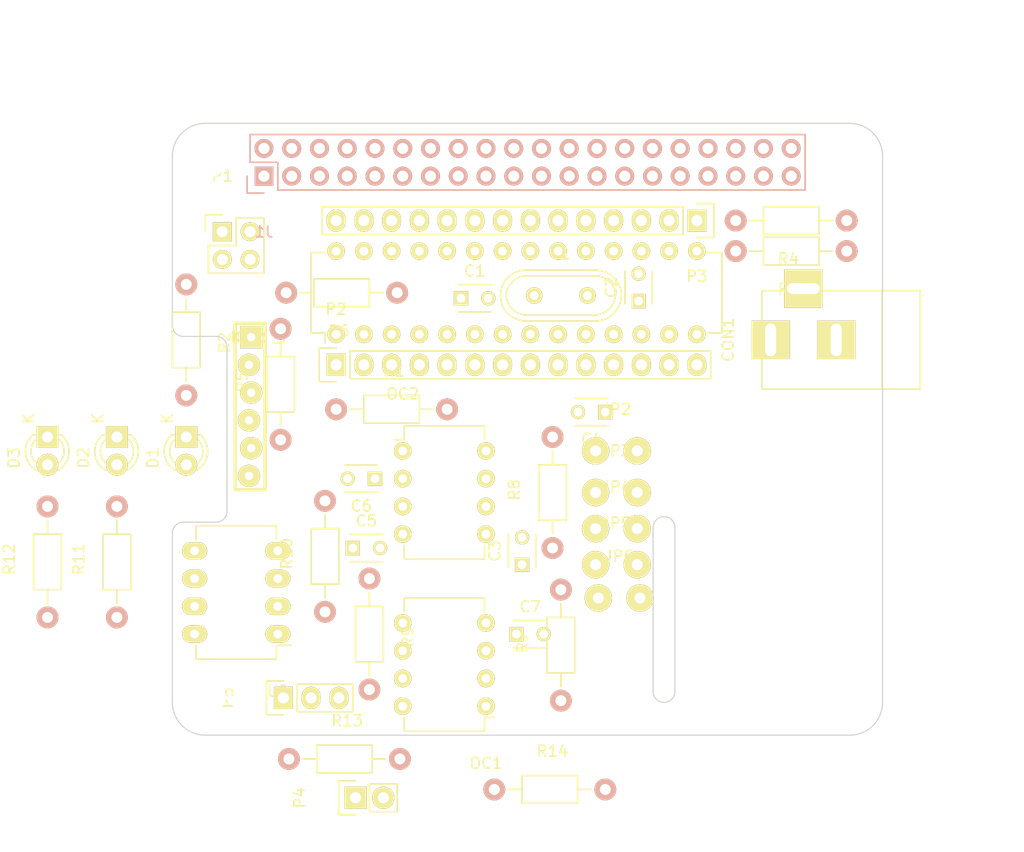
<source format=kicad_pcb>
(kicad_pcb (version 4) (host pcbnew "(2015-07-28 BZR 6012)-product")

  (general
    (links 124)
    (no_connects 124)
    (area 86.309999 71.569999 151.410001 127.670001)
    (thickness 1.6)
    (drawings 26)
    (tracks 0)
    (zones 0)
    (modules 46)
    (nets 71)
  )

  (page A4)
  (layers
    (0 F.Cu signal)
    (31 B.Cu signal)
    (32 B.Adhes user)
    (33 F.Adhes user)
    (34 B.Paste user)
    (35 F.Paste user)
    (36 B.SilkS user)
    (37 F.SilkS user)
    (38 B.Mask user)
    (39 F.Mask user)
    (40 Dwgs.User user)
    (41 Cmts.User user)
    (42 Eco1.User user)
    (43 Eco2.User user)
    (44 Edge.Cuts user)
    (45 Margin user)
    (46 B.CrtYd user)
    (47 F.CrtYd user)
    (48 B.Fab user)
    (49 F.Fab user)
  )

  (setup
    (last_trace_width 0.25)
    (user_trace_width 0.01)
    (user_trace_width 0.02)
    (user_trace_width 0.05)
    (user_trace_width 0.1)
    (user_trace_width 0.2)
    (trace_clearance 0.2)
    (zone_clearance 0.508)
    (zone_45_only no)
    (trace_min 0.01)
    (segment_width 0.2)
    (edge_width 0.1)
    (via_size 0.6)
    (via_drill 0.4)
    (via_min_size 0.4)
    (via_min_drill 0.3)
    (uvia_size 0.3)
    (uvia_drill 0.1)
    (uvias_allowed no)
    (uvia_min_size 0.2)
    (uvia_min_drill 0.1)
    (pcb_text_width 0.3)
    (pcb_text_size 1.5 1.5)
    (mod_edge_width 0.15)
    (mod_text_size 1 1)
    (mod_text_width 0.15)
    (pad_size 2.75 2.75)
    (pad_drill 2.75)
    (pad_to_mask_clearance 0)
    (aux_axis_origin 0 0)
    (visible_elements 7FFEFFFF)
    (pcbplotparams
      (layerselection 0x00030_80000001)
      (usegerberextensions false)
      (excludeedgelayer true)
      (linewidth 0.100000)
      (plotframeref false)
      (viasonmask false)
      (mode 1)
      (useauxorigin false)
      (hpglpennumber 1)
      (hpglpenspeed 20)
      (hpglpendiameter 15)
      (hpglpenoverlay 2)
      (psnegative false)
      (psa4output false)
      (plotreference true)
      (plotvalue true)
      (plotinvisibletext false)
      (padsonsilk false)
      (subtractmaskfromsilk false)
      (outputformat 1)
      (mirror false)
      (drillshape 0)
      (scaleselection 1)
      (outputdirectory meta/))
  )

  (net 0 "")
  (net 1 VDD)
  (net 2 GND)
  (net 3 /RPi_GPIO/RA7)
  (net 4 /RPi_GPIO/RA6)
  (net 5 +5V)
  (net 6 GNDA)
  (net 7 VCC)
  (net 8 /RPi_GPIO/SDA)
  (net 9 "Net-(J1-Pad4)")
  (net 10 /RPi_GPIO/SCL)
  (net 11 "Net-(J1-Pad6)")
  (net 12 "Net-(J1-Pad7)")
  (net 13 "Net-(J1-Pad8)")
  (net 14 "Net-(J1-Pad10)")
  (net 15 "Net-(J1-Pad11)")
  (net 16 "Net-(J1-Pad12)")
  (net 17 "Net-(J1-Pad13)")
  (net 18 /RPi_GPIO/~MCLR)
  (net 19 "Net-(J1-Pad16)")
  (net 20 "Net-(J1-Pad18)")
  (net 21 "Net-(J1-Pad19)")
  (net 22 "Net-(J1-Pad21)")
  (net 23 "Net-(J1-Pad22)")
  (net 24 "Net-(J1-Pad23)")
  (net 25 "Net-(J1-Pad24)")
  (net 26 "Net-(J1-Pad26)")
  (net 27 "Net-(J1-Pad27)")
  (net 28 "Net-(J1-Pad28)")
  (net 29 "Net-(J1-Pad29)")
  (net 30 "Net-(J1-Pad31)")
  (net 31 "Net-(J1-Pad32)")
  (net 32 "Net-(J1-Pad33)")
  (net 33 "Net-(J1-Pad35)")
  (net 34 "Net-(J1-Pad37)")
  (net 35 "Net-(J1-Pad38)")
  (net 36 "Net-(J1-Pad40)")
  (net 37 /RPi_GPIO/PGD)
  (net 38 /RPi_GPIO/PGC)
  (net 39 "Net-(JP1-Pad6)")
  (net 40 "Net-(OC1-Pad3)")
  (net 41 "Net-(OC2-Pad3)")
  (net 42 /RPi_GPIO/CANRX)
  (net 43 /RPi_GPIO/RxD)
  (net 44 /RPi_GPIO/TxD)
  (net 45 /RPi_GPIO/RA0)
  (net 46 /RPi_GPIO/RA1)
  (net 47 /RPi_GPIO/RA2)
  (net 48 /RPi_GPIO/RA3)
  (net 49 /RPi_GPIO/RA5)
  (net 50 /RPi_GPIO/RC0)
  (net 51 /RPi_GPIO/RC1)
  (net 52 /RPi_GPIO/RC2)
  (net 53 /RPi_GPIO/RB0)
  (net 54 /RPi_GPIO/RB1)
  (net 55 /RPi_GPIO/CANTX)
  (net 56 /RPi_GPIO/RB4)
  (net 57 /RPi_GPIO/RB5)
  (net 58 /RPi_GPIO/_CANTX)
  (net 59 /RPi_GPIO/_CANRX)
  (net 60 "Net-(P5-Pad2)")
  (net 61 "Net-(U2-Pad8)")
  (net 62 "Net-(JP4-Pad2)")
  (net 63 "Net-(D1-Pad2)")
  (net 64 "Net-(D2-Pad2)")
  (net 65 "Net-(D3-Pad2)")
  (net 66 /RPi_GPIO/CTS)
  (net 67 "Net-(P4-Pad1)")
  (net 68 "Net-(P4-Pad2)")
  (net 69 "Net-(P1-Pad2)")
  (net 70 "Net-(P1-Pad4)")

  (net_class Default "This is the default net class."
    (clearance 0.2)
    (trace_width 0.25)
    (via_dia 0.6)
    (via_drill 0.4)
    (uvia_dia 0.3)
    (uvia_drill 0.1)
    (add_net +5V)
    (add_net /RPi_GPIO/CANRX)
    (add_net /RPi_GPIO/CANTX)
    (add_net /RPi_GPIO/CTS)
    (add_net /RPi_GPIO/PGC)
    (add_net /RPi_GPIO/PGD)
    (add_net /RPi_GPIO/RA0)
    (add_net /RPi_GPIO/RA1)
    (add_net /RPi_GPIO/RA2)
    (add_net /RPi_GPIO/RA3)
    (add_net /RPi_GPIO/RA5)
    (add_net /RPi_GPIO/RA6)
    (add_net /RPi_GPIO/RA7)
    (add_net /RPi_GPIO/RB0)
    (add_net /RPi_GPIO/RB1)
    (add_net /RPi_GPIO/RB4)
    (add_net /RPi_GPIO/RB5)
    (add_net /RPi_GPIO/RC0)
    (add_net /RPi_GPIO/RC1)
    (add_net /RPi_GPIO/RC2)
    (add_net /RPi_GPIO/RxD)
    (add_net /RPi_GPIO/SCL)
    (add_net /RPi_GPIO/SDA)
    (add_net /RPi_GPIO/TxD)
    (add_net /RPi_GPIO/_CANRX)
    (add_net /RPi_GPIO/_CANTX)
    (add_net /RPi_GPIO/~MCLR)
    (add_net GND)
    (add_net GNDA)
    (add_net "Net-(D1-Pad2)")
    (add_net "Net-(D2-Pad2)")
    (add_net "Net-(D3-Pad2)")
    (add_net "Net-(J1-Pad10)")
    (add_net "Net-(J1-Pad11)")
    (add_net "Net-(J1-Pad12)")
    (add_net "Net-(J1-Pad13)")
    (add_net "Net-(J1-Pad16)")
    (add_net "Net-(J1-Pad18)")
    (add_net "Net-(J1-Pad19)")
    (add_net "Net-(J1-Pad21)")
    (add_net "Net-(J1-Pad22)")
    (add_net "Net-(J1-Pad23)")
    (add_net "Net-(J1-Pad24)")
    (add_net "Net-(J1-Pad26)")
    (add_net "Net-(J1-Pad27)")
    (add_net "Net-(J1-Pad28)")
    (add_net "Net-(J1-Pad29)")
    (add_net "Net-(J1-Pad31)")
    (add_net "Net-(J1-Pad32)")
    (add_net "Net-(J1-Pad33)")
    (add_net "Net-(J1-Pad35)")
    (add_net "Net-(J1-Pad37)")
    (add_net "Net-(J1-Pad38)")
    (add_net "Net-(J1-Pad4)")
    (add_net "Net-(J1-Pad40)")
    (add_net "Net-(J1-Pad6)")
    (add_net "Net-(J1-Pad7)")
    (add_net "Net-(J1-Pad8)")
    (add_net "Net-(JP1-Pad6)")
    (add_net "Net-(JP4-Pad2)")
    (add_net "Net-(OC1-Pad3)")
    (add_net "Net-(OC2-Pad3)")
    (add_net "Net-(P1-Pad2)")
    (add_net "Net-(P1-Pad4)")
    (add_net "Net-(P4-Pad1)")
    (add_net "Net-(P4-Pad2)")
    (add_net "Net-(P5-Pad2)")
    (add_net "Net-(U2-Pad8)")
    (add_net VCC)
    (add_net VDD)
  )

  (module RPi_Hat:RPi_Hat_Mounting_Hole locked (layer F.Cu) (tedit 55217C7B) (tstamp 5515DEA9)
    (at 147.86 75.12)
    (descr "Mounting hole, Befestigungsbohrung, 2,7mm, No Annular, Kein Restring,")
    (tags "Mounting hole, Befestigungsbohrung, 2,7mm, No Annular, Kein Restring,")
    (fp_text reference "" (at 0 -4.0005) (layer F.SilkS) hide
      (effects (font (size 1 1) (thickness 0.15)))
    )
    (fp_text value "" (at 0.09906 3.59918) (layer F.Fab) hide
      (effects (font (size 1 1) (thickness 0.15)))
    )
    (fp_circle (center 0 0) (end 1.375 0) (layer F.Fab) (width 0.15))
    (fp_circle (center 0 0) (end 3.1 0) (layer F.Fab) (width 0.15))
    (fp_circle (center 0 0) (end 3.1 0) (layer B.Fab) (width 0.15))
    (fp_circle (center 0 0) (end 1.375 0) (layer B.Fab) (width 0.15))
    (fp_circle (center 0 0) (end 3.1 0) (layer F.CrtYd) (width 0.15))
    (fp_circle (center 0 0) (end 3.1 0) (layer B.CrtYd) (width 0.15))
    (pad "" np_thru_hole circle (at 0 0) (size 2.75 2.75) (drill 2.75) (layers *.Cu *.Mask)
      (solder_mask_margin 1.725) (clearance 1.725))
  )

  (module RPi_Hat:RPi_Hat_Mounting_Hole locked (layer F.Cu) (tedit 55217CCB) (tstamp 55169DC9)
    (at 147.86 124.12)
    (descr "Mounting hole, Befestigungsbohrung, 2,7mm, No Annular, Kein Restring,")
    (tags "Mounting hole, Befestigungsbohrung, 2,7mm, No Annular, Kein Restring,")
    (fp_text reference "" (at 0 -4.0005) (layer F.SilkS) hide
      (effects (font (size 1 1) (thickness 0.15)))
    )
    (fp_text value "" (at 0.09906 3.59918) (layer F.Fab) hide
      (effects (font (size 1 1) (thickness 0.15)))
    )
    (fp_circle (center 0 0) (end 1.375 0) (layer F.Fab) (width 0.15))
    (fp_circle (center 0 0) (end 3.1 0) (layer F.Fab) (width 0.15))
    (fp_circle (center 0 0) (end 3.1 0) (layer B.Fab) (width 0.15))
    (fp_circle (center 0 0) (end 1.375 0) (layer B.Fab) (width 0.15))
    (fp_circle (center 0 0) (end 3.1 0) (layer F.CrtYd) (width 0.15))
    (fp_circle (center 0 0) (end 3.1 0) (layer B.CrtYd) (width 0.15))
    (pad "" np_thru_hole circle (at 0 0) (size 2.75 2.75) (drill 2.75) (layers *.Cu *.Mask)
      (solder_mask_margin 1.725) (clearance 1.725))
  )

  (module RPi_Hat:RPi_Hat_Mounting_Hole locked (layer F.Cu) (tedit 55217CB9) (tstamp 5515DECC)
    (at 89.86 124.12)
    (descr "Mounting hole, Befestigungsbohrung, 2,7mm, No Annular, Kein Restring,")
    (tags "Mounting hole, Befestigungsbohrung, 2,7mm, No Annular, Kein Restring,")
    (fp_text reference "" (at 0 -4.0005) (layer F.SilkS) hide
      (effects (font (size 1 1) (thickness 0.15)))
    )
    (fp_text value "" (at 0.09906 3.59918) (layer F.Fab) hide
      (effects (font (size 1 1) (thickness 0.15)))
    )
    (fp_circle (center 0 0) (end 1.375 0) (layer F.Fab) (width 0.15))
    (fp_circle (center 0 0) (end 3.1 0) (layer F.Fab) (width 0.15))
    (fp_circle (center 0 0) (end 3.1 0) (layer B.Fab) (width 0.15))
    (fp_circle (center 0 0) (end 1.375 0) (layer B.Fab) (width 0.15))
    (fp_circle (center 0 0) (end 3.1 0) (layer F.CrtYd) (width 0.15))
    (fp_circle (center 0 0) (end 3.1 0) (layer B.CrtYd) (width 0.15))
    (pad "" np_thru_hole circle (at 0 0) (size 2.75 2.75) (drill 2.75) (layers *.Cu *.Mask)
      (solder_mask_margin 1.725) (clearance 1.725))
  )

  (module RPi_Hat:RPi_Hat_Mounting_Hole locked (layer F.Cu) (tedit 55217CA2) (tstamp 5515DEBF)
    (at 89.86 75.12)
    (descr "Mounting hole, Befestigungsbohrung, 2,7mm, No Annular, Kein Restring,")
    (tags "Mounting hole, Befestigungsbohrung, 2,7mm, No Annular, Kein Restring,")
    (fp_text reference "" (at 0 -4.0005) (layer F.SilkS) hide
      (effects (font (size 1 1) (thickness 0.15)))
    )
    (fp_text value "" (at 0.09906 3.59918) (layer F.Fab) hide
      (effects (font (size 1 1) (thickness 0.15)))
    )
    (fp_circle (center 0 0) (end 1.375 0) (layer F.Fab) (width 0.15))
    (fp_circle (center 0 0) (end 3.1 0) (layer F.Fab) (width 0.15))
    (fp_circle (center 0 0) (end 3.1 0) (layer B.Fab) (width 0.15))
    (fp_circle (center 0 0) (end 1.375 0) (layer B.Fab) (width 0.15))
    (fp_circle (center 0 0) (end 3.1 0) (layer F.CrtYd) (width 0.15))
    (fp_circle (center 0 0) (end 3.1 0) (layer B.CrtYd) (width 0.15))
    (pad "" np_thru_hole circle (at 0 0) (size 2.75 2.75) (drill 2.75) (layers *.Cu *.Mask)
      (solder_mask_margin 1.725) (clearance 1.725))
  )

  (module Housings_DIP:DIP-28_W7.62mm (layer F.Cu) (tedit 54130A77) (tstamp 55BB620B)
    (at 101.346 90.932 90)
    (descr "28-lead dip package, row spacing 7.62 mm (300 mils)")
    (tags "dil dip 2.54 300")
    (path /5515D395/55BB5FC3)
    (fp_text reference U1 (at 0 -5.22 90) (layer F.SilkS)
      (effects (font (size 1 1) (thickness 0.15)))
    )
    (fp_text value PIC18F25K80 (at 0 -3.72 90) (layer F.Fab)
      (effects (font (size 1 1) (thickness 0.15)))
    )
    (fp_line (start -1.05 -2.45) (end -1.05 35.5) (layer F.CrtYd) (width 0.05))
    (fp_line (start 8.65 -2.45) (end 8.65 35.5) (layer F.CrtYd) (width 0.05))
    (fp_line (start -1.05 -2.45) (end 8.65 -2.45) (layer F.CrtYd) (width 0.05))
    (fp_line (start -1.05 35.5) (end 8.65 35.5) (layer F.CrtYd) (width 0.05))
    (fp_line (start 0.135 -2.295) (end 0.135 -1.025) (layer F.SilkS) (width 0.15))
    (fp_line (start 7.485 -2.295) (end 7.485 -1.025) (layer F.SilkS) (width 0.15))
    (fp_line (start 7.485 35.315) (end 7.485 34.045) (layer F.SilkS) (width 0.15))
    (fp_line (start 0.135 35.315) (end 0.135 34.045) (layer F.SilkS) (width 0.15))
    (fp_line (start 0.135 -2.295) (end 7.485 -2.295) (layer F.SilkS) (width 0.15))
    (fp_line (start 0.135 35.315) (end 7.485 35.315) (layer F.SilkS) (width 0.15))
    (fp_line (start 0.135 -1.025) (end -0.8 -1.025) (layer F.SilkS) (width 0.15))
    (pad 1 thru_hole oval (at 0 0 90) (size 1.6 1.6) (drill 0.8) (layers *.Cu *.Mask F.SilkS)
      (net 18 /RPi_GPIO/~MCLR))
    (pad 2 thru_hole oval (at 0 2.54 90) (size 1.6 1.6) (drill 0.8) (layers *.Cu *.Mask F.SilkS)
      (net 45 /RPi_GPIO/RA0))
    (pad 3 thru_hole oval (at 0 5.08 90) (size 1.6 1.6) (drill 0.8) (layers *.Cu *.Mask F.SilkS)
      (net 46 /RPi_GPIO/RA1))
    (pad 4 thru_hole oval (at 0 7.62 90) (size 1.6 1.6) (drill 0.8) (layers *.Cu *.Mask F.SilkS)
      (net 47 /RPi_GPIO/RA2))
    (pad 5 thru_hole oval (at 0 10.16 90) (size 1.6 1.6) (drill 0.8) (layers *.Cu *.Mask F.SilkS)
      (net 48 /RPi_GPIO/RA3))
    (pad 6 thru_hole oval (at 0 12.7 90) (size 1.6 1.6) (drill 0.8) (layers *.Cu *.Mask F.SilkS)
      (net 1 VDD))
    (pad 7 thru_hole oval (at 0 15.24 90) (size 1.6 1.6) (drill 0.8) (layers *.Cu *.Mask F.SilkS)
      (net 49 /RPi_GPIO/RA5))
    (pad 8 thru_hole oval (at 0 17.78 90) (size 1.6 1.6) (drill 0.8) (layers *.Cu *.Mask F.SilkS)
      (net 2 GND))
    (pad 9 thru_hole oval (at 0 20.32 90) (size 1.6 1.6) (drill 0.8) (layers *.Cu *.Mask F.SilkS)
      (net 3 /RPi_GPIO/RA7))
    (pad 10 thru_hole oval (at 0 22.86 90) (size 1.6 1.6) (drill 0.8) (layers *.Cu *.Mask F.SilkS)
      (net 4 /RPi_GPIO/RA6))
    (pad 11 thru_hole oval (at 0 25.4 90) (size 1.6 1.6) (drill 0.8) (layers *.Cu *.Mask F.SilkS)
      (net 50 /RPi_GPIO/RC0))
    (pad 12 thru_hole oval (at 0 27.94 90) (size 1.6 1.6) (drill 0.8) (layers *.Cu *.Mask F.SilkS)
      (net 51 /RPi_GPIO/RC1))
    (pad 13 thru_hole oval (at 0 30.48 90) (size 1.6 1.6) (drill 0.8) (layers *.Cu *.Mask F.SilkS)
      (net 52 /RPi_GPIO/RC2))
    (pad 14 thru_hole oval (at 0 33.02 90) (size 1.6 1.6) (drill 0.8) (layers *.Cu *.Mask F.SilkS)
      (net 10 /RPi_GPIO/SCL))
    (pad 15 thru_hole oval (at 7.62 33.02 90) (size 1.6 1.6) (drill 0.8) (layers *.Cu *.Mask F.SilkS)
      (net 8 /RPi_GPIO/SDA))
    (pad 16 thru_hole oval (at 7.62 30.48 90) (size 1.6 1.6) (drill 0.8) (layers *.Cu *.Mask F.SilkS)
      (net 66 /RPi_GPIO/CTS))
    (pad 17 thru_hole oval (at 7.62 27.94 90) (size 1.6 1.6) (drill 0.8) (layers *.Cu *.Mask F.SilkS)
      (net 44 /RPi_GPIO/TxD))
    (pad 18 thru_hole oval (at 7.62 25.4 90) (size 1.6 1.6) (drill 0.8) (layers *.Cu *.Mask F.SilkS)
      (net 43 /RPi_GPIO/RxD))
    (pad 19 thru_hole oval (at 7.62 22.86 90) (size 1.6 1.6) (drill 0.8) (layers *.Cu *.Mask F.SilkS)
      (net 2 GND))
    (pad 20 thru_hole oval (at 7.62 20.32 90) (size 1.6 1.6) (drill 0.8) (layers *.Cu *.Mask F.SilkS)
      (net 1 VDD))
    (pad 21 thru_hole oval (at 7.62 17.78 90) (size 1.6 1.6) (drill 0.8) (layers *.Cu *.Mask F.SilkS)
      (net 53 /RPi_GPIO/RB0))
    (pad 22 thru_hole oval (at 7.62 15.24 90) (size 1.6 1.6) (drill 0.8) (layers *.Cu *.Mask F.SilkS)
      (net 54 /RPi_GPIO/RB1))
    (pad 23 thru_hole oval (at 7.62 12.7 90) (size 1.6 1.6) (drill 0.8) (layers *.Cu *.Mask F.SilkS)
      (net 55 /RPi_GPIO/CANTX))
    (pad 24 thru_hole oval (at 7.62 10.16 90) (size 1.6 1.6) (drill 0.8) (layers *.Cu *.Mask F.SilkS)
      (net 42 /RPi_GPIO/CANRX))
    (pad 25 thru_hole oval (at 7.62 7.62 90) (size 1.6 1.6) (drill 0.8) (layers *.Cu *.Mask F.SilkS)
      (net 56 /RPi_GPIO/RB4))
    (pad 26 thru_hole oval (at 7.62 5.08 90) (size 1.6 1.6) (drill 0.8) (layers *.Cu *.Mask F.SilkS)
      (net 57 /RPi_GPIO/RB5))
    (pad 27 thru_hole oval (at 7.62 2.54 90) (size 1.6 1.6) (drill 0.8) (layers *.Cu *.Mask F.SilkS)
      (net 38 /RPi_GPIO/PGC))
    (pad 28 thru_hole oval (at 7.62 0 90) (size 1.6 1.6) (drill 0.8) (layers *.Cu *.Mask F.SilkS)
      (net 37 /RPi_GPIO/PGD))
    (model Housings_DIP.3dshapes/DIP-28_W7.62mm.wrl
      (at (xyz 0 0 0.15))
      (scale (xyz 1 1 1))
      (rotate (xyz 0 0 0))
    )
  )

  (module Crystals:Crystal_HC49-U_Vertical (layer F.Cu) (tedit 0) (tstamp 55BB690D)
    (at 121.92 87.376)
    (descr "Crystal, Quarz, HC49/U, vertical, stehend,")
    (tags "Crystal, Quarz, HC49/U, vertical, stehend,")
    (path /5515D395/55BB68BE)
    (fp_text reference Y1 (at 0 -3.81) (layer F.SilkS)
      (effects (font (size 1 1) (thickness 0.15)))
    )
    (fp_text value 16MHz (at 0 3.81) (layer F.Fab)
      (effects (font (size 1 1) (thickness 0.15)))
    )
    (fp_line (start 4.699 -1.00076) (end 4.89966 -0.59944) (layer F.SilkS) (width 0.15))
    (fp_line (start 4.89966 -0.59944) (end 5.00126 0) (layer F.SilkS) (width 0.15))
    (fp_line (start 5.00126 0) (end 4.89966 0.50038) (layer F.SilkS) (width 0.15))
    (fp_line (start 4.89966 0.50038) (end 4.50088 1.19888) (layer F.SilkS) (width 0.15))
    (fp_line (start 4.50088 1.19888) (end 3.8989 1.6002) (layer F.SilkS) (width 0.15))
    (fp_line (start 3.8989 1.6002) (end 3.29946 1.80086) (layer F.SilkS) (width 0.15))
    (fp_line (start 3.29946 1.80086) (end -3.29946 1.80086) (layer F.SilkS) (width 0.15))
    (fp_line (start -3.29946 1.80086) (end -4.0005 1.6002) (layer F.SilkS) (width 0.15))
    (fp_line (start -4.0005 1.6002) (end -4.39928 1.30048) (layer F.SilkS) (width 0.15))
    (fp_line (start -4.39928 1.30048) (end -4.8006 0.8001) (layer F.SilkS) (width 0.15))
    (fp_line (start -4.8006 0.8001) (end -5.00126 0.20066) (layer F.SilkS) (width 0.15))
    (fp_line (start -5.00126 0.20066) (end -5.00126 -0.29972) (layer F.SilkS) (width 0.15))
    (fp_line (start -5.00126 -0.29972) (end -4.8006 -0.8001) (layer F.SilkS) (width 0.15))
    (fp_line (start -4.8006 -0.8001) (end -4.30022 -1.39954) (layer F.SilkS) (width 0.15))
    (fp_line (start -4.30022 -1.39954) (end -3.79984 -1.69926) (layer F.SilkS) (width 0.15))
    (fp_line (start -3.79984 -1.69926) (end -3.29946 -1.80086) (layer F.SilkS) (width 0.15))
    (fp_line (start -3.2004 -1.80086) (end 3.40106 -1.80086) (layer F.SilkS) (width 0.15))
    (fp_line (start 3.40106 -1.80086) (end 3.79984 -1.69926) (layer F.SilkS) (width 0.15))
    (fp_line (start 3.79984 -1.69926) (end 4.30022 -1.39954) (layer F.SilkS) (width 0.15))
    (fp_line (start 4.30022 -1.39954) (end 4.8006 -0.89916) (layer F.SilkS) (width 0.15))
    (fp_line (start -3.19024 -2.32918) (end -3.64998 -2.28092) (layer F.SilkS) (width 0.15))
    (fp_line (start -3.64998 -2.28092) (end -4.04876 -2.16916) (layer F.SilkS) (width 0.15))
    (fp_line (start -4.04876 -2.16916) (end -4.48056 -1.95072) (layer F.SilkS) (width 0.15))
    (fp_line (start -4.48056 -1.95072) (end -4.77012 -1.71958) (layer F.SilkS) (width 0.15))
    (fp_line (start -4.77012 -1.71958) (end -5.10032 -1.36906) (layer F.SilkS) (width 0.15))
    (fp_line (start -5.10032 -1.36906) (end -5.38988 -0.83058) (layer F.SilkS) (width 0.15))
    (fp_line (start -5.38988 -0.83058) (end -5.51942 -0.23114) (layer F.SilkS) (width 0.15))
    (fp_line (start -5.51942 -0.23114) (end -5.51942 0.2794) (layer F.SilkS) (width 0.15))
    (fp_line (start -5.51942 0.2794) (end -5.34924 0.98044) (layer F.SilkS) (width 0.15))
    (fp_line (start -5.34924 0.98044) (end -4.95046 1.56972) (layer F.SilkS) (width 0.15))
    (fp_line (start -4.95046 1.56972) (end -4.49072 1.94056) (layer F.SilkS) (width 0.15))
    (fp_line (start -4.49072 1.94056) (end -4.06908 2.14884) (layer F.SilkS) (width 0.15))
    (fp_line (start -4.06908 2.14884) (end -3.6195 2.30886) (layer F.SilkS) (width 0.15))
    (fp_line (start -3.6195 2.30886) (end -3.18008 2.33934) (layer F.SilkS) (width 0.15))
    (fp_line (start 4.16052 2.1209) (end 4.53898 1.89992) (layer F.SilkS) (width 0.15))
    (fp_line (start 4.53898 1.89992) (end 4.85902 1.62052) (layer F.SilkS) (width 0.15))
    (fp_line (start 4.85902 1.62052) (end 5.11048 1.29032) (layer F.SilkS) (width 0.15))
    (fp_line (start 5.11048 1.29032) (end 5.4102 0.73914) (layer F.SilkS) (width 0.15))
    (fp_line (start 5.4102 0.73914) (end 5.51942 0.26924) (layer F.SilkS) (width 0.15))
    (fp_line (start 5.51942 0.26924) (end 5.53974 -0.1905) (layer F.SilkS) (width 0.15))
    (fp_line (start 5.53974 -0.1905) (end 5.45084 -0.65024) (layer F.SilkS) (width 0.15))
    (fp_line (start 5.45084 -0.65024) (end 5.26034 -1.09982) (layer F.SilkS) (width 0.15))
    (fp_line (start 5.26034 -1.09982) (end 4.89966 -1.56972) (layer F.SilkS) (width 0.15))
    (fp_line (start 4.89966 -1.56972) (end 4.54914 -1.88976) (layer F.SilkS) (width 0.15))
    (fp_line (start 4.54914 -1.88976) (end 4.16052 -2.1209) (layer F.SilkS) (width 0.15))
    (fp_line (start 4.16052 -2.1209) (end 3.73126 -2.2606) (layer F.SilkS) (width 0.15))
    (fp_line (start 3.73126 -2.2606) (end 3.2893 -2.32918) (layer F.SilkS) (width 0.15))
    (fp_line (start -3.2004 2.32918) (end 3.2512 2.32918) (layer F.SilkS) (width 0.15))
    (fp_line (start 3.2512 2.32918) (end 3.6703 2.29108) (layer F.SilkS) (width 0.15))
    (fp_line (start 3.6703 2.29108) (end 4.16052 2.1209) (layer F.SilkS) (width 0.15))
    (fp_line (start -3.2004 -2.32918) (end 3.2512 -2.32918) (layer F.SilkS) (width 0.15))
    (pad 1 thru_hole circle (at -2.44094 0) (size 1.50114 1.50114) (drill 0.8001) (layers *.Cu *.Mask F.SilkS)
      (net 3 /RPi_GPIO/RA7))
    (pad 2 thru_hole circle (at 2.44094 0) (size 1.50114 1.50114) (drill 0.8001) (layers *.Cu *.Mask F.SilkS)
      (net 4 /RPi_GPIO/RA6))
    (model Crystals_Oscillators_SMD.3dshapes/Q_49U3HMS.wrl
      (at (xyz 0 0 0))
      (scale (xyz 1 1 1))
      (rotate (xyz 0 0 0))
    )
  )

  (module Capacitors_ThroughHole:C_Disc_D3_P2.5 (layer F.Cu) (tedit 0) (tstamp 55BB8E01)
    (at 112.776 87.63)
    (descr "Capacitor 3mm Disc, Pitch 2.5mm")
    (tags Capacitor)
    (path /5515D395/55BB6B1D)
    (fp_text reference C1 (at 1.25 -2.5) (layer F.SilkS)
      (effects (font (size 1 1) (thickness 0.15)))
    )
    (fp_text value 100nF (at 1.25 2.5) (layer F.Fab)
      (effects (font (size 1 1) (thickness 0.15)))
    )
    (fp_line (start -0.9 -1.5) (end 3.4 -1.5) (layer F.CrtYd) (width 0.05))
    (fp_line (start 3.4 -1.5) (end 3.4 1.5) (layer F.CrtYd) (width 0.05))
    (fp_line (start 3.4 1.5) (end -0.9 1.5) (layer F.CrtYd) (width 0.05))
    (fp_line (start -0.9 1.5) (end -0.9 -1.5) (layer F.CrtYd) (width 0.05))
    (fp_line (start -0.25 -1.25) (end 2.75 -1.25) (layer F.SilkS) (width 0.15))
    (fp_line (start 2.75 1.25) (end -0.25 1.25) (layer F.SilkS) (width 0.15))
    (pad 1 thru_hole rect (at 0 0) (size 1.3 1.3) (drill 0.8) (layers *.Cu *.Mask F.SilkS)
      (net 1 VDD))
    (pad 2 thru_hole circle (at 2.5 0) (size 1.3 1.3) (drill 0.8001) (layers *.Cu *.Mask F.SilkS)
      (net 2 GND))
    (model Capacitors_ThroughHole.3dshapes/C_Disc_D3_P2.5.wrl
      (at (xyz 0.0492126 0 0))
      (scale (xyz 1 1 1))
      (rotate (xyz 0 0 0))
    )
  )

  (module Capacitors_ThroughHole:C_Disc_D3_P2.5 (layer F.Cu) (tedit 0) (tstamp 55BB8E07)
    (at 129.032 87.884 90)
    (descr "Capacitor 3mm Disc, Pitch 2.5mm")
    (tags Capacitor)
    (path /5515D395/55BB6C96)
    (fp_text reference C2 (at 1.25 -2.5 90) (layer F.SilkS)
      (effects (font (size 1 1) (thickness 0.15)))
    )
    (fp_text value 100nF (at 1.25 2.5 90) (layer F.Fab)
      (effects (font (size 1 1) (thickness 0.15)))
    )
    (fp_line (start -0.9 -1.5) (end 3.4 -1.5) (layer F.CrtYd) (width 0.05))
    (fp_line (start 3.4 -1.5) (end 3.4 1.5) (layer F.CrtYd) (width 0.05))
    (fp_line (start 3.4 1.5) (end -0.9 1.5) (layer F.CrtYd) (width 0.05))
    (fp_line (start -0.9 1.5) (end -0.9 -1.5) (layer F.CrtYd) (width 0.05))
    (fp_line (start -0.25 -1.25) (end 2.75 -1.25) (layer F.SilkS) (width 0.15))
    (fp_line (start 2.75 1.25) (end -0.25 1.25) (layer F.SilkS) (width 0.15))
    (pad 1 thru_hole rect (at 0 0 90) (size 1.3 1.3) (drill 0.8) (layers *.Cu *.Mask F.SilkS)
      (net 1 VDD))
    (pad 2 thru_hole circle (at 2.5 0 90) (size 1.3 1.3) (drill 0.8001) (layers *.Cu *.Mask F.SilkS)
      (net 2 GND))
    (model Capacitors_ThroughHole.3dshapes/C_Disc_D3_P2.5.wrl
      (at (xyz 0.0492126 0 0))
      (scale (xyz 1 1 1))
      (rotate (xyz 0 0 0))
    )
  )

  (module Capacitors_ThroughHole:C_Disc_D3_P2.5 (layer F.Cu) (tedit 0) (tstamp 55BB8E0D)
    (at 118.364 112.014 90)
    (descr "Capacitor 3mm Disc, Pitch 2.5mm")
    (tags Capacitor)
    (path /5515D395/55BB6E85)
    (fp_text reference C3 (at 1.25 -2.5 90) (layer F.SilkS)
      (effects (font (size 1 1) (thickness 0.15)))
    )
    (fp_text value 27pF (at 1.25 2.5 90) (layer F.Fab)
      (effects (font (size 1 1) (thickness 0.15)))
    )
    (fp_line (start -0.9 -1.5) (end 3.4 -1.5) (layer F.CrtYd) (width 0.05))
    (fp_line (start 3.4 -1.5) (end 3.4 1.5) (layer F.CrtYd) (width 0.05))
    (fp_line (start 3.4 1.5) (end -0.9 1.5) (layer F.CrtYd) (width 0.05))
    (fp_line (start -0.9 1.5) (end -0.9 -1.5) (layer F.CrtYd) (width 0.05))
    (fp_line (start -0.25 -1.25) (end 2.75 -1.25) (layer F.SilkS) (width 0.15))
    (fp_line (start 2.75 1.25) (end -0.25 1.25) (layer F.SilkS) (width 0.15))
    (pad 1 thru_hole rect (at 0 0 90) (size 1.3 1.3) (drill 0.8) (layers *.Cu *.Mask F.SilkS)
      (net 3 /RPi_GPIO/RA7))
    (pad 2 thru_hole circle (at 2.5 0 90) (size 1.3 1.3) (drill 0.8001) (layers *.Cu *.Mask F.SilkS)
      (net 2 GND))
    (model Capacitors_ThroughHole.3dshapes/C_Disc_D3_P2.5.wrl
      (at (xyz 0.0492126 0 0))
      (scale (xyz 1 1 1))
      (rotate (xyz 0 0 0))
    )
  )

  (module Capacitors_ThroughHole:C_Disc_D3_P2.5 (layer F.Cu) (tedit 0) (tstamp 55BB8E13)
    (at 125.984 98.044 180)
    (descr "Capacitor 3mm Disc, Pitch 2.5mm")
    (tags Capacitor)
    (path /5515D395/55BB6E09)
    (fp_text reference C4 (at 1.25 -2.5 180) (layer F.SilkS)
      (effects (font (size 1 1) (thickness 0.15)))
    )
    (fp_text value 27pF (at 1.25 2.5 180) (layer F.Fab)
      (effects (font (size 1 1) (thickness 0.15)))
    )
    (fp_line (start -0.9 -1.5) (end 3.4 -1.5) (layer F.CrtYd) (width 0.05))
    (fp_line (start 3.4 -1.5) (end 3.4 1.5) (layer F.CrtYd) (width 0.05))
    (fp_line (start 3.4 1.5) (end -0.9 1.5) (layer F.CrtYd) (width 0.05))
    (fp_line (start -0.9 1.5) (end -0.9 -1.5) (layer F.CrtYd) (width 0.05))
    (fp_line (start -0.25 -1.25) (end 2.75 -1.25) (layer F.SilkS) (width 0.15))
    (fp_line (start 2.75 1.25) (end -0.25 1.25) (layer F.SilkS) (width 0.15))
    (pad 1 thru_hole rect (at 0 0 180) (size 1.3 1.3) (drill 0.8) (layers *.Cu *.Mask F.SilkS)
      (net 4 /RPi_GPIO/RA6))
    (pad 2 thru_hole circle (at 2.5 0 180) (size 1.3 1.3) (drill 0.8001) (layers *.Cu *.Mask F.SilkS)
      (net 2 GND))
    (model Capacitors_ThroughHole.3dshapes/C_Disc_D3_P2.5.wrl
      (at (xyz 0.0492126 0 0))
      (scale (xyz 1 1 1))
      (rotate (xyz 0 0 0))
    )
  )

  (module Capacitors_ThroughHole:C_Disc_D3_P2.5 (layer F.Cu) (tedit 0) (tstamp 55BB8E19)
    (at 102.87 110.49)
    (descr "Capacitor 3mm Disc, Pitch 2.5mm")
    (tags Capacitor)
    (path /5515D395/55BD00BD)
    (fp_text reference C5 (at 1.25 -2.5) (layer F.SilkS)
      (effects (font (size 1 1) (thickness 0.15)))
    )
    (fp_text value 100nF (at 1.25 2.5) (layer F.Fab)
      (effects (font (size 1 1) (thickness 0.15)))
    )
    (fp_line (start -0.9 -1.5) (end 3.4 -1.5) (layer F.CrtYd) (width 0.05))
    (fp_line (start 3.4 -1.5) (end 3.4 1.5) (layer F.CrtYd) (width 0.05))
    (fp_line (start 3.4 1.5) (end -0.9 1.5) (layer F.CrtYd) (width 0.05))
    (fp_line (start -0.9 1.5) (end -0.9 -1.5) (layer F.CrtYd) (width 0.05))
    (fp_line (start -0.25 -1.25) (end 2.75 -1.25) (layer F.SilkS) (width 0.15))
    (fp_line (start 2.75 1.25) (end -0.25 1.25) (layer F.SilkS) (width 0.15))
    (pad 1 thru_hole rect (at 0 0) (size 1.3 1.3) (drill 0.8) (layers *.Cu *.Mask F.SilkS)
      (net 5 +5V))
    (pad 2 thru_hole circle (at 2.5 0) (size 1.3 1.3) (drill 0.8001) (layers *.Cu *.Mask F.SilkS)
      (net 6 GNDA))
    (model Capacitors_ThroughHole.3dshapes/C_Disc_D3_P2.5.wrl
      (at (xyz 0.0492126 0 0))
      (scale (xyz 1 1 1))
      (rotate (xyz 0 0 0))
    )
  )

  (module Capacitors_ThroughHole:C_Disc_D3_P2.5 (layer F.Cu) (tedit 0) (tstamp 55BB8E1F)
    (at 104.902 104.14 180)
    (descr "Capacitor 3mm Disc, Pitch 2.5mm")
    (tags Capacitor)
    (path /5515D395/55BD027F)
    (fp_text reference C6 (at 1.25 -2.5 180) (layer F.SilkS)
      (effects (font (size 1 1) (thickness 0.15)))
    )
    (fp_text value 100nF (at 1.25 2.5 180) (layer F.Fab)
      (effects (font (size 1 1) (thickness 0.15)))
    )
    (fp_line (start -0.9 -1.5) (end 3.4 -1.5) (layer F.CrtYd) (width 0.05))
    (fp_line (start 3.4 -1.5) (end 3.4 1.5) (layer F.CrtYd) (width 0.05))
    (fp_line (start 3.4 1.5) (end -0.9 1.5) (layer F.CrtYd) (width 0.05))
    (fp_line (start -0.9 1.5) (end -0.9 -1.5) (layer F.CrtYd) (width 0.05))
    (fp_line (start -0.25 -1.25) (end 2.75 -1.25) (layer F.SilkS) (width 0.15))
    (fp_line (start 2.75 1.25) (end -0.25 1.25) (layer F.SilkS) (width 0.15))
    (pad 1 thru_hole rect (at 0 0 180) (size 1.3 1.3) (drill 0.8) (layers *.Cu *.Mask F.SilkS)
      (net 5 +5V))
    (pad 2 thru_hole circle (at 2.5 0 180) (size 1.3 1.3) (drill 0.8001) (layers *.Cu *.Mask F.SilkS)
      (net 6 GNDA))
    (model Capacitors_ThroughHole.3dshapes/C_Disc_D3_P2.5.wrl
      (at (xyz 0.0492126 0 0))
      (scale (xyz 1 1 1))
      (rotate (xyz 0 0 0))
    )
  )

  (module Capacitors_ThroughHole:C_Disc_D3_P2.5 (layer F.Cu) (tedit 0) (tstamp 55BB8E25)
    (at 117.856 118.364)
    (descr "Capacitor 3mm Disc, Pitch 2.5mm")
    (tags Capacitor)
    (path /5515D395/55BD02DF)
    (fp_text reference C7 (at 1.25 -2.5) (layer F.SilkS)
      (effects (font (size 1 1) (thickness 0.15)))
    )
    (fp_text value 100nF (at 1.25 2.5) (layer F.Fab)
      (effects (font (size 1 1) (thickness 0.15)))
    )
    (fp_line (start -0.9 -1.5) (end 3.4 -1.5) (layer F.CrtYd) (width 0.05))
    (fp_line (start 3.4 -1.5) (end 3.4 1.5) (layer F.CrtYd) (width 0.05))
    (fp_line (start 3.4 1.5) (end -0.9 1.5) (layer F.CrtYd) (width 0.05))
    (fp_line (start -0.9 1.5) (end -0.9 -1.5) (layer F.CrtYd) (width 0.05))
    (fp_line (start -0.25 -1.25) (end 2.75 -1.25) (layer F.SilkS) (width 0.15))
    (fp_line (start 2.75 1.25) (end -0.25 1.25) (layer F.SilkS) (width 0.15))
    (pad 1 thru_hole rect (at 0 0) (size 1.3 1.3) (drill 0.8) (layers *.Cu *.Mask F.SilkS)
      (net 5 +5V))
    (pad 2 thru_hole circle (at 2.5 0) (size 1.3 1.3) (drill 0.8001) (layers *.Cu *.Mask F.SilkS)
      (net 6 GNDA))
    (model Capacitors_ThroughHole.3dshapes/C_Disc_D3_P2.5.wrl
      (at (xyz 0.0492126 0 0))
      (scale (xyz 1 1 1))
      (rotate (xyz 0 0 0))
    )
  )

  (module Socket_Strips:Socket_Strip_Straight_2x20 (layer B.Cu) (tedit 0) (tstamp 55BB8E51)
    (at 94.742 76.454)
    (descr "Through hole socket strip")
    (tags "socket strip")
    (path /5515D395/5516AE26)
    (fp_text reference J1 (at 0 5.1) (layer B.SilkS)
      (effects (font (size 1 1) (thickness 0.15)) (justify mirror))
    )
    (fp_text value RPi_GPIO (at 0 3.1) (layer B.Fab)
      (effects (font (size 1 1) (thickness 0.15)) (justify mirror))
    )
    (fp_line (start -1.75 1.75) (end -1.75 -4.3) (layer B.CrtYd) (width 0.05))
    (fp_line (start 50.05 1.75) (end 50.05 -4.3) (layer B.CrtYd) (width 0.05))
    (fp_line (start -1.75 1.75) (end 50.05 1.75) (layer B.CrtYd) (width 0.05))
    (fp_line (start -1.75 -4.3) (end 50.05 -4.3) (layer B.CrtYd) (width 0.05))
    (fp_line (start 49.53 -3.81) (end -1.27 -3.81) (layer B.SilkS) (width 0.15))
    (fp_line (start 1.27 1.27) (end 49.53 1.27) (layer B.SilkS) (width 0.15))
    (fp_line (start 49.53 -3.81) (end 49.53 1.27) (layer B.SilkS) (width 0.15))
    (fp_line (start -1.27 -3.81) (end -1.27 -1.27) (layer B.SilkS) (width 0.15))
    (fp_line (start 0 1.55) (end -1.55 1.55) (layer B.SilkS) (width 0.15))
    (fp_line (start -1.27 -1.27) (end 1.27 -1.27) (layer B.SilkS) (width 0.15))
    (fp_line (start 1.27 -1.27) (end 1.27 1.27) (layer B.SilkS) (width 0.15))
    (fp_line (start -1.55 1.55) (end -1.55 0) (layer B.SilkS) (width 0.15))
    (pad 1 thru_hole rect (at 0 0) (size 1.7272 1.7272) (drill 1.016) (layers *.Cu *.Mask B.SilkS)
      (net 1 VDD))
    (pad 2 thru_hole oval (at 0 -2.54) (size 1.7272 1.7272) (drill 1.016) (layers *.Cu *.Mask B.SilkS)
      (net 7 VCC))
    (pad 3 thru_hole oval (at 2.54 0) (size 1.7272 1.7272) (drill 1.016) (layers *.Cu *.Mask B.SilkS)
      (net 8 /RPi_GPIO/SDA))
    (pad 4 thru_hole oval (at 2.54 -2.54) (size 1.7272 1.7272) (drill 1.016) (layers *.Cu *.Mask B.SilkS)
      (net 9 "Net-(J1-Pad4)"))
    (pad 5 thru_hole oval (at 5.08 0) (size 1.7272 1.7272) (drill 1.016) (layers *.Cu *.Mask B.SilkS)
      (net 10 /RPi_GPIO/SCL))
    (pad 6 thru_hole oval (at 5.08 -2.54) (size 1.7272 1.7272) (drill 1.016) (layers *.Cu *.Mask B.SilkS)
      (net 11 "Net-(J1-Pad6)"))
    (pad 7 thru_hole oval (at 7.62 0) (size 1.7272 1.7272) (drill 1.016) (layers *.Cu *.Mask B.SilkS)
      (net 12 "Net-(J1-Pad7)"))
    (pad 8 thru_hole oval (at 7.62 -2.54) (size 1.7272 1.7272) (drill 1.016) (layers *.Cu *.Mask B.SilkS)
      (net 13 "Net-(J1-Pad8)"))
    (pad 9 thru_hole oval (at 10.16 0) (size 1.7272 1.7272) (drill 1.016) (layers *.Cu *.Mask B.SilkS)
      (net 2 GND))
    (pad 10 thru_hole oval (at 10.16 -2.54) (size 1.7272 1.7272) (drill 1.016) (layers *.Cu *.Mask B.SilkS)
      (net 14 "Net-(J1-Pad10)"))
    (pad 11 thru_hole oval (at 12.7 0) (size 1.7272 1.7272) (drill 1.016) (layers *.Cu *.Mask B.SilkS)
      (net 15 "Net-(J1-Pad11)"))
    (pad 12 thru_hole oval (at 12.7 -2.54) (size 1.7272 1.7272) (drill 1.016) (layers *.Cu *.Mask B.SilkS)
      (net 16 "Net-(J1-Pad12)"))
    (pad 13 thru_hole oval (at 15.24 0) (size 1.7272 1.7272) (drill 1.016) (layers *.Cu *.Mask B.SilkS)
      (net 17 "Net-(J1-Pad13)"))
    (pad 14 thru_hole oval (at 15.24 -2.54) (size 1.7272 1.7272) (drill 1.016) (layers *.Cu *.Mask B.SilkS)
      (net 2 GND))
    (pad 15 thru_hole oval (at 17.78 0) (size 1.7272 1.7272) (drill 1.016) (layers *.Cu *.Mask B.SilkS)
      (net 18 /RPi_GPIO/~MCLR))
    (pad 16 thru_hole oval (at 17.78 -2.54) (size 1.7272 1.7272) (drill 1.016) (layers *.Cu *.Mask B.SilkS)
      (net 19 "Net-(J1-Pad16)"))
    (pad 17 thru_hole oval (at 20.32 0) (size 1.7272 1.7272) (drill 1.016) (layers *.Cu *.Mask B.SilkS)
      (net 1 VDD))
    (pad 18 thru_hole oval (at 20.32 -2.54) (size 1.7272 1.7272) (drill 1.016) (layers *.Cu *.Mask B.SilkS)
      (net 20 "Net-(J1-Pad18)"))
    (pad 19 thru_hole oval (at 22.86 0) (size 1.7272 1.7272) (drill 1.016) (layers *.Cu *.Mask B.SilkS)
      (net 21 "Net-(J1-Pad19)"))
    (pad 20 thru_hole oval (at 22.86 -2.54) (size 1.7272 1.7272) (drill 1.016) (layers *.Cu *.Mask B.SilkS)
      (net 2 GND))
    (pad 21 thru_hole oval (at 25.4 0) (size 1.7272 1.7272) (drill 1.016) (layers *.Cu *.Mask B.SilkS)
      (net 22 "Net-(J1-Pad21)"))
    (pad 22 thru_hole oval (at 25.4 -2.54) (size 1.7272 1.7272) (drill 1.016) (layers *.Cu *.Mask B.SilkS)
      (net 23 "Net-(J1-Pad22)"))
    (pad 23 thru_hole oval (at 27.94 0) (size 1.7272 1.7272) (drill 1.016) (layers *.Cu *.Mask B.SilkS)
      (net 24 "Net-(J1-Pad23)"))
    (pad 24 thru_hole oval (at 27.94 -2.54) (size 1.7272 1.7272) (drill 1.016) (layers *.Cu *.Mask B.SilkS)
      (net 25 "Net-(J1-Pad24)"))
    (pad 25 thru_hole oval (at 30.48 0) (size 1.7272 1.7272) (drill 1.016) (layers *.Cu *.Mask B.SilkS)
      (net 2 GND))
    (pad 26 thru_hole oval (at 30.48 -2.54) (size 1.7272 1.7272) (drill 1.016) (layers *.Cu *.Mask B.SilkS)
      (net 26 "Net-(J1-Pad26)"))
    (pad 27 thru_hole oval (at 33.02 0) (size 1.7272 1.7272) (drill 1.016) (layers *.Cu *.Mask B.SilkS)
      (net 27 "Net-(J1-Pad27)"))
    (pad 28 thru_hole oval (at 33.02 -2.54) (size 1.7272 1.7272) (drill 1.016) (layers *.Cu *.Mask B.SilkS)
      (net 28 "Net-(J1-Pad28)"))
    (pad 29 thru_hole oval (at 35.56 0) (size 1.7272 1.7272) (drill 1.016) (layers *.Cu *.Mask B.SilkS)
      (net 29 "Net-(J1-Pad29)"))
    (pad 30 thru_hole oval (at 35.56 -2.54) (size 1.7272 1.7272) (drill 1.016) (layers *.Cu *.Mask B.SilkS)
      (net 2 GND))
    (pad 31 thru_hole oval (at 38.1 0) (size 1.7272 1.7272) (drill 1.016) (layers *.Cu *.Mask B.SilkS)
      (net 30 "Net-(J1-Pad31)"))
    (pad 32 thru_hole oval (at 38.1 -2.54) (size 1.7272 1.7272) (drill 1.016) (layers *.Cu *.Mask B.SilkS)
      (net 31 "Net-(J1-Pad32)"))
    (pad 33 thru_hole oval (at 40.64 0) (size 1.7272 1.7272) (drill 1.016) (layers *.Cu *.Mask B.SilkS)
      (net 32 "Net-(J1-Pad33)"))
    (pad 34 thru_hole oval (at 40.64 -2.54) (size 1.7272 1.7272) (drill 1.016) (layers *.Cu *.Mask B.SilkS)
      (net 2 GND))
    (pad 35 thru_hole oval (at 43.18 0) (size 1.7272 1.7272) (drill 1.016) (layers *.Cu *.Mask B.SilkS)
      (net 33 "Net-(J1-Pad35)"))
    (pad 36 thru_hole oval (at 43.18 -2.54) (size 1.7272 1.7272) (drill 1.016) (layers *.Cu *.Mask B.SilkS)
      (net 66 /RPi_GPIO/CTS))
    (pad 37 thru_hole oval (at 45.72 0) (size 1.7272 1.7272) (drill 1.016) (layers *.Cu *.Mask B.SilkS)
      (net 34 "Net-(J1-Pad37)"))
    (pad 38 thru_hole oval (at 45.72 -2.54) (size 1.7272 1.7272) (drill 1.016) (layers *.Cu *.Mask B.SilkS)
      (net 35 "Net-(J1-Pad38)"))
    (pad 39 thru_hole oval (at 48.26 0) (size 1.7272 1.7272) (drill 1.016) (layers *.Cu *.Mask B.SilkS)
      (net 2 GND))
    (pad 40 thru_hole oval (at 48.26 -2.54) (size 1.7272 1.7272) (drill 1.016) (layers *.Cu *.Mask B.SilkS)
      (net 36 "Net-(J1-Pad40)"))
    (model Socket_Strips.3dshapes/Socket_Strip_Straight_2x20.wrl
      (at (xyz 0.95 -0.05 0))
      (scale (xyz 1 1 1))
      (rotate (xyz 0 0 180))
    )
  )

  (module ICSP:ICSP (layer F.Cu) (tedit 200000) (tstamp 55BB8E5B)
    (at 93.472 91.186 270)
    (descr "Staggered Microchip ICSP Pin Header")
    (path /5515D395/55BB87E3)
    (fp_text reference JP1 (at 0 -0.254 540) (layer F.SilkS)
      (effects (font (size 0.889 0.889) (thickness 0.3048)))
    )
    (fp_text value ICSP (at 0 0.254 540) (layer F.SilkS)
      (effects (font (size 0.889 0.889) (thickness 0.3048)))
    )
    (fp_line (start -1.27 1.3716) (end 13.97 1.3716) (layer F.SilkS) (width 0.3048))
    (fp_line (start 13.97 1.3716) (end 13.97 -1.3716) (layer F.SilkS) (width 0.3048))
    (fp_line (start 13.97 -1.3716) (end -1.27 -1.3716) (layer F.SilkS) (width 0.3048))
    (fp_line (start -1.27 -1.3716) (end -1.27 1.3716) (layer F.SilkS) (width 0.3048))
    (pad 1 thru_hole rect (at 0 -0.1016 270) (size 2.032 2.032) (drill 0.762) (layers *.Cu *.Mask F.SilkS)
      (net 18 /RPi_GPIO/~MCLR))
    (pad 2 thru_hole circle (at 2.54 0.1016 270) (size 2.032 2.032) (drill 0.762) (layers *.Cu *.Mask F.SilkS)
      (net 1 VDD))
    (pad 3 thru_hole circle (at 5.08 -0.1016 270) (size 2.032 2.032) (drill 0.762) (layers *.Cu *.Mask F.SilkS)
      (net 2 GND))
    (pad 4 thru_hole circle (at 7.62 0.1016 270) (size 2.032 2.032) (drill 0.762) (layers *.Cu *.Mask F.SilkS)
      (net 37 /RPi_GPIO/PGD))
    (pad 5 thru_hole circle (at 10.16 -0.1016 270) (size 2.032 2.032) (drill 0.762) (layers *.Cu *.Mask F.SilkS)
      (net 38 /RPi_GPIO/PGC))
    (pad 6 thru_hole circle (at 12.7 0.1016 270) (size 2.032 2.032) (drill 0.762) (layers *.Cu *.Mask F.SilkS)
      (net 39 "Net-(JP1-Pad6)"))
  )

  (module Housings_DIP:DIP-8_W7.62mm (layer F.Cu) (tedit 54130A77) (tstamp 55BB8E67)
    (at 115.062 124.968 180)
    (descr "8-lead dip package, row spacing 7.62 mm (300 mils)")
    (tags "dil dip 2.54 300")
    (path /5515D395/55BB7910)
    (fp_text reference OC1 (at 0 -5.22 180) (layer F.SilkS)
      (effects (font (size 1 1) (thickness 0.15)))
    )
    (fp_text value 6N137 (at 0 -3.72 180) (layer F.Fab)
      (effects (font (size 1 1) (thickness 0.15)))
    )
    (fp_line (start -1.05 -2.45) (end -1.05 10.1) (layer F.CrtYd) (width 0.05))
    (fp_line (start 8.65 -2.45) (end 8.65 10.1) (layer F.CrtYd) (width 0.05))
    (fp_line (start -1.05 -2.45) (end 8.65 -2.45) (layer F.CrtYd) (width 0.05))
    (fp_line (start -1.05 10.1) (end 8.65 10.1) (layer F.CrtYd) (width 0.05))
    (fp_line (start 0.135 -2.295) (end 0.135 -1.025) (layer F.SilkS) (width 0.15))
    (fp_line (start 7.485 -2.295) (end 7.485 -1.025) (layer F.SilkS) (width 0.15))
    (fp_line (start 7.485 9.915) (end 7.485 8.645) (layer F.SilkS) (width 0.15))
    (fp_line (start 0.135 9.915) (end 0.135 8.645) (layer F.SilkS) (width 0.15))
    (fp_line (start 0.135 -2.295) (end 7.485 -2.295) (layer F.SilkS) (width 0.15))
    (fp_line (start 0.135 9.915) (end 7.485 9.915) (layer F.SilkS) (width 0.15))
    (fp_line (start 0.135 -1.025) (end -0.8 -1.025) (layer F.SilkS) (width 0.15))
    (pad 1 thru_hole oval (at 0 0 180) (size 1.6 1.6) (drill 0.8) (layers *.Cu *.Mask F.SilkS))
    (pad 2 thru_hole oval (at 0 2.54 180) (size 1.6 1.6) (drill 0.8) (layers *.Cu *.Mask F.SilkS)
      (net 7 VCC))
    (pad 3 thru_hole oval (at 0 5.08 180) (size 1.6 1.6) (drill 0.8) (layers *.Cu *.Mask F.SilkS)
      (net 40 "Net-(OC1-Pad3)"))
    (pad 4 thru_hole oval (at 0 7.62 180) (size 1.6 1.6) (drill 0.8) (layers *.Cu *.Mask F.SilkS))
    (pad 5 thru_hole oval (at 7.62 7.62 180) (size 1.6 1.6) (drill 0.8) (layers *.Cu *.Mask F.SilkS)
      (net 6 GNDA))
    (pad 6 thru_hole oval (at 7.62 5.08 180) (size 1.6 1.6) (drill 0.8) (layers *.Cu *.Mask F.SilkS)
      (net 58 /RPi_GPIO/_CANTX))
    (pad 7 thru_hole oval (at 7.62 2.54 180) (size 1.6 1.6) (drill 0.8) (layers *.Cu *.Mask F.SilkS)
      (net 5 +5V))
    (pad 8 thru_hole oval (at 7.62 0 180) (size 1.6 1.6) (drill 0.8) (layers *.Cu *.Mask F.SilkS)
      (net 5 +5V))
    (model Housings_DIP.3dshapes/DIP-8_W7.62mm.wrl
      (at (xyz 0 0 0))
      (scale (xyz 1 1 1))
      (rotate (xyz 0 0 0))
    )
  )

  (module Housings_DIP:DIP-8_W7.62mm (layer F.Cu) (tedit 54130A77) (tstamp 55BB8E73)
    (at 107.442 101.6)
    (descr "8-lead dip package, row spacing 7.62 mm (300 mils)")
    (tags "dil dip 2.54 300")
    (path /5515D395/55BB7B91)
    (fp_text reference OC2 (at 0 -5.22) (layer F.SilkS)
      (effects (font (size 1 1) (thickness 0.15)))
    )
    (fp_text value 6N137 (at 0 -3.72) (layer F.Fab)
      (effects (font (size 1 1) (thickness 0.15)))
    )
    (fp_line (start -1.05 -2.45) (end -1.05 10.1) (layer F.CrtYd) (width 0.05))
    (fp_line (start 8.65 -2.45) (end 8.65 10.1) (layer F.CrtYd) (width 0.05))
    (fp_line (start -1.05 -2.45) (end 8.65 -2.45) (layer F.CrtYd) (width 0.05))
    (fp_line (start -1.05 10.1) (end 8.65 10.1) (layer F.CrtYd) (width 0.05))
    (fp_line (start 0.135 -2.295) (end 0.135 -1.025) (layer F.SilkS) (width 0.15))
    (fp_line (start 7.485 -2.295) (end 7.485 -1.025) (layer F.SilkS) (width 0.15))
    (fp_line (start 7.485 9.915) (end 7.485 8.645) (layer F.SilkS) (width 0.15))
    (fp_line (start 0.135 9.915) (end 0.135 8.645) (layer F.SilkS) (width 0.15))
    (fp_line (start 0.135 -2.295) (end 7.485 -2.295) (layer F.SilkS) (width 0.15))
    (fp_line (start 0.135 9.915) (end 7.485 9.915) (layer F.SilkS) (width 0.15))
    (fp_line (start 0.135 -1.025) (end -0.8 -1.025) (layer F.SilkS) (width 0.15))
    (pad 1 thru_hole oval (at 0 0) (size 1.6 1.6) (drill 0.8) (layers *.Cu *.Mask F.SilkS))
    (pad 2 thru_hole oval (at 0 2.54) (size 1.6 1.6) (drill 0.8) (layers *.Cu *.Mask F.SilkS)
      (net 5 +5V))
    (pad 3 thru_hole oval (at 0 5.08) (size 1.6 1.6) (drill 0.8) (layers *.Cu *.Mask F.SilkS)
      (net 41 "Net-(OC2-Pad3)"))
    (pad 4 thru_hole oval (at 0 7.62) (size 1.6 1.6) (drill 0.8) (layers *.Cu *.Mask F.SilkS))
    (pad 5 thru_hole oval (at 7.62 7.62) (size 1.6 1.6) (drill 0.8) (layers *.Cu *.Mask F.SilkS)
      (net 2 GND))
    (pad 6 thru_hole oval (at 7.62 5.08) (size 1.6 1.6) (drill 0.8) (layers *.Cu *.Mask F.SilkS)
      (net 55 /RPi_GPIO/CANTX))
    (pad 7 thru_hole oval (at 7.62 2.54) (size 1.6 1.6) (drill 0.8) (layers *.Cu *.Mask F.SilkS)
      (net 7 VCC))
    (pad 8 thru_hole oval (at 7.62 0) (size 1.6 1.6) (drill 0.8) (layers *.Cu *.Mask F.SilkS)
      (net 7 VCC))
    (model Housings_DIP.3dshapes/DIP-8_W7.62mm.wrl
      (at (xyz 0 0 0))
      (scale (xyz 1 1 1))
      (rotate (xyz 0 0 0))
    )
  )

  (module Pin_Headers:Pin_Header_Straight_2x02 (layer F.Cu) (tedit 0) (tstamp 55BB8E7B)
    (at 90.932 81.534)
    (descr "Through hole pin header")
    (tags "pin header")
    (path /5515D395/55BB7736)
    (fp_text reference P1 (at 0 -5.1) (layer F.SilkS)
      (effects (font (size 1 1) (thickness 0.15)))
    )
    (fp_text value CONN_02X02 (at 0 -3.1) (layer F.Fab)
      (effects (font (size 1 1) (thickness 0.15)))
    )
    (fp_line (start -1.75 -1.75) (end -1.75 4.3) (layer F.CrtYd) (width 0.05))
    (fp_line (start 4.3 -1.75) (end 4.3 4.3) (layer F.CrtYd) (width 0.05))
    (fp_line (start -1.75 -1.75) (end 4.3 -1.75) (layer F.CrtYd) (width 0.05))
    (fp_line (start -1.75 4.3) (end 4.3 4.3) (layer F.CrtYd) (width 0.05))
    (fp_line (start -1.55 0) (end -1.55 -1.55) (layer F.SilkS) (width 0.15))
    (fp_line (start 0 -1.55) (end -1.55 -1.55) (layer F.SilkS) (width 0.15))
    (fp_line (start -1.27 1.27) (end 1.27 1.27) (layer F.SilkS) (width 0.15))
    (fp_line (start 1.27 1.27) (end 1.27 -1.27) (layer F.SilkS) (width 0.15))
    (fp_line (start 1.27 -1.27) (end 3.81 -1.27) (layer F.SilkS) (width 0.15))
    (fp_line (start 3.81 -1.27) (end 3.81 3.81) (layer F.SilkS) (width 0.15))
    (fp_line (start 3.81 3.81) (end -1.27 3.81) (layer F.SilkS) (width 0.15))
    (fp_line (start -1.27 3.81) (end -1.27 1.27) (layer F.SilkS) (width 0.15))
    (pad 1 thru_hole rect (at 0 0) (size 1.7272 1.7272) (drill 1.016) (layers *.Cu *.Mask F.SilkS)
      (net 13 "Net-(J1-Pad8)"))
    (pad 2 thru_hole oval (at 2.54 0) (size 1.7272 1.7272) (drill 1.016) (layers *.Cu *.Mask F.SilkS)
      (net 69 "Net-(P1-Pad2)"))
    (pad 3 thru_hole oval (at 0 2.54) (size 1.7272 1.7272) (drill 1.016) (layers *.Cu *.Mask F.SilkS)
      (net 14 "Net-(J1-Pad10)"))
    (pad 4 thru_hole oval (at 2.54 2.54) (size 1.7272 1.7272) (drill 1.016) (layers *.Cu *.Mask F.SilkS)
      (net 70 "Net-(P1-Pad4)"))
    (model Pin_Headers.3dshapes/Pin_Header_Straight_2x02.wrl
      (at (xyz 0.05 -0.05 0))
      (scale (xyz 1 1 1))
      (rotate (xyz 0 0 90))
    )
  )

  (module Socket_Strips:Socket_Strip_Straight_1x14 (layer F.Cu) (tedit 0) (tstamp 55BB8E8D)
    (at 101.346 93.726)
    (descr "Through hole socket strip")
    (tags "socket strip")
    (path /5515D395/55BB8A22)
    (fp_text reference P2 (at 0 -5.1) (layer F.SilkS)
      (effects (font (size 1 1) (thickness 0.15)))
    )
    (fp_text value CONN_01X14 (at 0 -3.1) (layer F.Fab)
      (effects (font (size 1 1) (thickness 0.15)))
    )
    (fp_line (start -1.75 -1.75) (end -1.75 1.75) (layer F.CrtYd) (width 0.05))
    (fp_line (start 34.8 -1.75) (end 34.8 1.75) (layer F.CrtYd) (width 0.05))
    (fp_line (start -1.75 -1.75) (end 34.8 -1.75) (layer F.CrtYd) (width 0.05))
    (fp_line (start -1.75 1.75) (end 34.8 1.75) (layer F.CrtYd) (width 0.05))
    (fp_line (start 1.27 -1.27) (end 34.29 -1.27) (layer F.SilkS) (width 0.15))
    (fp_line (start 34.29 -1.27) (end 34.29 1.27) (layer F.SilkS) (width 0.15))
    (fp_line (start 34.29 1.27) (end 1.27 1.27) (layer F.SilkS) (width 0.15))
    (fp_line (start -1.55 1.55) (end 0 1.55) (layer F.SilkS) (width 0.15))
    (fp_line (start 1.27 1.27) (end 1.27 -1.27) (layer F.SilkS) (width 0.15))
    (fp_line (start 0 -1.55) (end -1.55 -1.55) (layer F.SilkS) (width 0.15))
    (fp_line (start -1.55 -1.55) (end -1.55 1.55) (layer F.SilkS) (width 0.15))
    (pad 1 thru_hole rect (at 0 0) (size 1.7272 2.032) (drill 1.016) (layers *.Cu *.Mask F.SilkS)
      (net 18 /RPi_GPIO/~MCLR))
    (pad 2 thru_hole oval (at 2.54 0) (size 1.7272 2.032) (drill 1.016) (layers *.Cu *.Mask F.SilkS)
      (net 45 /RPi_GPIO/RA0))
    (pad 3 thru_hole oval (at 5.08 0) (size 1.7272 2.032) (drill 1.016) (layers *.Cu *.Mask F.SilkS)
      (net 46 /RPi_GPIO/RA1))
    (pad 4 thru_hole oval (at 7.62 0) (size 1.7272 2.032) (drill 1.016) (layers *.Cu *.Mask F.SilkS)
      (net 47 /RPi_GPIO/RA2))
    (pad 5 thru_hole oval (at 10.16 0) (size 1.7272 2.032) (drill 1.016) (layers *.Cu *.Mask F.SilkS)
      (net 48 /RPi_GPIO/RA3))
    (pad 6 thru_hole oval (at 12.7 0) (size 1.7272 2.032) (drill 1.016) (layers *.Cu *.Mask F.SilkS)
      (net 1 VDD))
    (pad 7 thru_hole oval (at 15.24 0) (size 1.7272 2.032) (drill 1.016) (layers *.Cu *.Mask F.SilkS)
      (net 49 /RPi_GPIO/RA5))
    (pad 8 thru_hole oval (at 17.78 0) (size 1.7272 2.032) (drill 1.016) (layers *.Cu *.Mask F.SilkS)
      (net 2 GND))
    (pad 9 thru_hole oval (at 20.32 0) (size 1.7272 2.032) (drill 1.016) (layers *.Cu *.Mask F.SilkS)
      (net 3 /RPi_GPIO/RA7))
    (pad 10 thru_hole oval (at 22.86 0) (size 1.7272 2.032) (drill 1.016) (layers *.Cu *.Mask F.SilkS)
      (net 4 /RPi_GPIO/RA6))
    (pad 11 thru_hole oval (at 25.4 0) (size 1.7272 2.032) (drill 1.016) (layers *.Cu *.Mask F.SilkS)
      (net 50 /RPi_GPIO/RC0))
    (pad 12 thru_hole oval (at 27.94 0) (size 1.7272 2.032) (drill 1.016) (layers *.Cu *.Mask F.SilkS)
      (net 51 /RPi_GPIO/RC1))
    (pad 13 thru_hole oval (at 30.48 0) (size 1.7272 2.032) (drill 1.016) (layers *.Cu *.Mask F.SilkS)
      (net 52 /RPi_GPIO/RC2))
    (pad 14 thru_hole oval (at 33.02 0) (size 1.7272 2.032) (drill 1.016) (layers *.Cu *.Mask F.SilkS)
      (net 10 /RPi_GPIO/SCL))
    (model Socket_Strips.3dshapes/Socket_Strip_Straight_1x14.wrl
      (at (xyz 0.65 0 0))
      (scale (xyz 1 1 1))
      (rotate (xyz 0 0 180))
    )
  )

  (module Socket_Strips:Socket_Strip_Straight_1x14 (layer F.Cu) (tedit 0) (tstamp 55BB8E9F)
    (at 134.366 80.518 180)
    (descr "Through hole socket strip")
    (tags "socket strip")
    (path /5515D395/55BB8AB5)
    (fp_text reference P3 (at 0 -5.1 180) (layer F.SilkS)
      (effects (font (size 1 1) (thickness 0.15)))
    )
    (fp_text value CONN_01X14 (at 0 -3.1 180) (layer F.Fab)
      (effects (font (size 1 1) (thickness 0.15)))
    )
    (fp_line (start -1.75 -1.75) (end -1.75 1.75) (layer F.CrtYd) (width 0.05))
    (fp_line (start 34.8 -1.75) (end 34.8 1.75) (layer F.CrtYd) (width 0.05))
    (fp_line (start -1.75 -1.75) (end 34.8 -1.75) (layer F.CrtYd) (width 0.05))
    (fp_line (start -1.75 1.75) (end 34.8 1.75) (layer F.CrtYd) (width 0.05))
    (fp_line (start 1.27 -1.27) (end 34.29 -1.27) (layer F.SilkS) (width 0.15))
    (fp_line (start 34.29 -1.27) (end 34.29 1.27) (layer F.SilkS) (width 0.15))
    (fp_line (start 34.29 1.27) (end 1.27 1.27) (layer F.SilkS) (width 0.15))
    (fp_line (start -1.55 1.55) (end 0 1.55) (layer F.SilkS) (width 0.15))
    (fp_line (start 1.27 1.27) (end 1.27 -1.27) (layer F.SilkS) (width 0.15))
    (fp_line (start 0 -1.55) (end -1.55 -1.55) (layer F.SilkS) (width 0.15))
    (fp_line (start -1.55 -1.55) (end -1.55 1.55) (layer F.SilkS) (width 0.15))
    (pad 1 thru_hole rect (at 0 0 180) (size 1.7272 2.032) (drill 1.016) (layers *.Cu *.Mask F.SilkS)
      (net 8 /RPi_GPIO/SDA))
    (pad 2 thru_hole oval (at 2.54 0 180) (size 1.7272 2.032) (drill 1.016) (layers *.Cu *.Mask F.SilkS)
      (net 66 /RPi_GPIO/CTS))
    (pad 3 thru_hole oval (at 5.08 0 180) (size 1.7272 2.032) (drill 1.016) (layers *.Cu *.Mask F.SilkS)
      (net 44 /RPi_GPIO/TxD))
    (pad 4 thru_hole oval (at 7.62 0 180) (size 1.7272 2.032) (drill 1.016) (layers *.Cu *.Mask F.SilkS)
      (net 43 /RPi_GPIO/RxD))
    (pad 5 thru_hole oval (at 10.16 0 180) (size 1.7272 2.032) (drill 1.016) (layers *.Cu *.Mask F.SilkS)
      (net 2 GND))
    (pad 6 thru_hole oval (at 12.7 0 180) (size 1.7272 2.032) (drill 1.016) (layers *.Cu *.Mask F.SilkS)
      (net 1 VDD))
    (pad 7 thru_hole oval (at 15.24 0 180) (size 1.7272 2.032) (drill 1.016) (layers *.Cu *.Mask F.SilkS)
      (net 53 /RPi_GPIO/RB0))
    (pad 8 thru_hole oval (at 17.78 0 180) (size 1.7272 2.032) (drill 1.016) (layers *.Cu *.Mask F.SilkS)
      (net 54 /RPi_GPIO/RB1))
    (pad 9 thru_hole oval (at 20.32 0 180) (size 1.7272 2.032) (drill 1.016) (layers *.Cu *.Mask F.SilkS)
      (net 55 /RPi_GPIO/CANTX))
    (pad 10 thru_hole oval (at 22.86 0 180) (size 1.7272 2.032) (drill 1.016) (layers *.Cu *.Mask F.SilkS)
      (net 42 /RPi_GPIO/CANRX))
    (pad 11 thru_hole oval (at 25.4 0 180) (size 1.7272 2.032) (drill 1.016) (layers *.Cu *.Mask F.SilkS)
      (net 56 /RPi_GPIO/RB4))
    (pad 12 thru_hole oval (at 27.94 0 180) (size 1.7272 2.032) (drill 1.016) (layers *.Cu *.Mask F.SilkS)
      (net 57 /RPi_GPIO/RB5))
    (pad 13 thru_hole oval (at 30.48 0 180) (size 1.7272 2.032) (drill 1.016) (layers *.Cu *.Mask F.SilkS)
      (net 38 /RPi_GPIO/PGC))
    (pad 14 thru_hole oval (at 33.02 0 180) (size 1.7272 2.032) (drill 1.016) (layers *.Cu *.Mask F.SilkS)
      (net 37 /RPi_GPIO/PGD))
    (model Socket_Strips.3dshapes/Socket_Strip_Straight_1x14.wrl
      (at (xyz 0.65 0 0))
      (scale (xyz 1 1 1))
      (rotate (xyz 0 0 180))
    )
  )

  (module Resistors_ThroughHole:Resistor_Horizontal_RM10mm (layer F.Cu) (tedit 53F56209) (tstamp 55BB8EA5)
    (at 106.426 97.79)
    (descr "Resistor, Axial,  RM 10mm, 1/3W,")
    (tags "Resistor, Axial, RM 10mm, 1/3W,")
    (path /5515D395/55BBF250)
    (fp_text reference R1 (at 0.24892 -3.50012) (layer F.SilkS)
      (effects (font (size 1 1) (thickness 0.15)))
    )
    (fp_text value 15k (at 3.81 3.81) (layer F.Fab)
      (effects (font (size 1 1) (thickness 0.15)))
    )
    (fp_line (start -2.54 -1.27) (end 2.54 -1.27) (layer F.SilkS) (width 0.15))
    (fp_line (start 2.54 -1.27) (end 2.54 1.27) (layer F.SilkS) (width 0.15))
    (fp_line (start 2.54 1.27) (end -2.54 1.27) (layer F.SilkS) (width 0.15))
    (fp_line (start -2.54 1.27) (end -2.54 -1.27) (layer F.SilkS) (width 0.15))
    (fp_line (start -2.54 0) (end -3.81 0) (layer F.SilkS) (width 0.15))
    (fp_line (start 2.54 0) (end 3.81 0) (layer F.SilkS) (width 0.15))
    (pad 1 thru_hole circle (at -5.08 0) (size 1.99898 1.99898) (drill 1.00076) (layers *.Cu *.SilkS *.Mask)
      (net 1 VDD))
    (pad 2 thru_hole circle (at 5.08 0) (size 1.99898 1.99898) (drill 1.00076) (layers *.Cu *.SilkS *.Mask)
      (net 18 /RPi_GPIO/~MCLR))
    (model Resistors_ThroughHole.3dshapes/Resistor_Horizontal_RM10mm.wrl
      (at (xyz 0 0 0))
      (scale (xyz 0.4 0.4 0.4))
      (rotate (xyz 0 0 0))
    )
  )

  (module Resistors_ThroughHole:Resistor_Horizontal_RM10mm (layer F.Cu) (tedit 53F56209) (tstamp 55BB8EAB)
    (at 143.002 83.312 180)
    (descr "Resistor, Axial,  RM 10mm, 1/3W,")
    (tags "Resistor, Axial, RM 10mm, 1/3W,")
    (path /5515D395/55BC3352)
    (fp_text reference R3 (at 0.24892 -3.50012 180) (layer F.SilkS)
      (effects (font (size 1 1) (thickness 0.15)))
    )
    (fp_text value 3k3 (at 3.81 3.81 180) (layer F.Fab)
      (effects (font (size 1 1) (thickness 0.15)))
    )
    (fp_line (start -2.54 -1.27) (end 2.54 -1.27) (layer F.SilkS) (width 0.15))
    (fp_line (start 2.54 -1.27) (end 2.54 1.27) (layer F.SilkS) (width 0.15))
    (fp_line (start 2.54 1.27) (end -2.54 1.27) (layer F.SilkS) (width 0.15))
    (fp_line (start -2.54 1.27) (end -2.54 -1.27) (layer F.SilkS) (width 0.15))
    (fp_line (start -2.54 0) (end -3.81 0) (layer F.SilkS) (width 0.15))
    (fp_line (start 2.54 0) (end 3.81 0) (layer F.SilkS) (width 0.15))
    (pad 1 thru_hole circle (at -5.08 0 180) (size 1.99898 1.99898) (drill 1.00076) (layers *.Cu *.SilkS *.Mask)
      (net 1 VDD))
    (pad 2 thru_hole circle (at 5.08 0 180) (size 1.99898 1.99898) (drill 1.00076) (layers *.Cu *.SilkS *.Mask)
      (net 10 /RPi_GPIO/SCL))
    (model Resistors_ThroughHole.3dshapes/Resistor_Horizontal_RM10mm.wrl
      (at (xyz 0 0 0))
      (scale (xyz 0.4 0.4 0.4))
      (rotate (xyz 0 0 0))
    )
  )

  (module Resistors_ThroughHole:Resistor_Horizontal_RM10mm (layer F.Cu) (tedit 53F56209) (tstamp 55BB8EB1)
    (at 143.002 80.518 180)
    (descr "Resistor, Axial,  RM 10mm, 1/3W,")
    (tags "Resistor, Axial, RM 10mm, 1/3W,")
    (path /5515D395/55BC316E)
    (fp_text reference R4 (at 0.24892 -3.50012 180) (layer F.SilkS)
      (effects (font (size 1 1) (thickness 0.15)))
    )
    (fp_text value 3k3 (at 3.81 3.81 180) (layer F.Fab)
      (effects (font (size 1 1) (thickness 0.15)))
    )
    (fp_line (start -2.54 -1.27) (end 2.54 -1.27) (layer F.SilkS) (width 0.15))
    (fp_line (start 2.54 -1.27) (end 2.54 1.27) (layer F.SilkS) (width 0.15))
    (fp_line (start 2.54 1.27) (end -2.54 1.27) (layer F.SilkS) (width 0.15))
    (fp_line (start -2.54 1.27) (end -2.54 -1.27) (layer F.SilkS) (width 0.15))
    (fp_line (start -2.54 0) (end -3.81 0) (layer F.SilkS) (width 0.15))
    (fp_line (start 2.54 0) (end 3.81 0) (layer F.SilkS) (width 0.15))
    (pad 1 thru_hole circle (at -5.08 0 180) (size 1.99898 1.99898) (drill 1.00076) (layers *.Cu *.SilkS *.Mask)
      (net 1 VDD))
    (pad 2 thru_hole circle (at 5.08 0 180) (size 1.99898 1.99898) (drill 1.00076) (layers *.Cu *.SilkS *.Mask)
      (net 8 /RPi_GPIO/SDA))
    (model Resistors_ThroughHole.3dshapes/Resistor_Horizontal_RM10mm.wrl
      (at (xyz 0 0 0))
      (scale (xyz 0.4 0.4 0.4))
      (rotate (xyz 0 0 0))
    )
  )

  (module Resistors_ThroughHole:Resistor_Horizontal_RM10mm (layer F.Cu) (tedit 53F56209) (tstamp 55BB8EB7)
    (at 96.266 95.504 90)
    (descr "Resistor, Axial,  RM 10mm, 1/3W,")
    (tags "Resistor, Axial, RM 10mm, 1/3W,")
    (path /5515D395/55BCA133)
    (fp_text reference R5 (at 0.24892 -3.50012 90) (layer F.SilkS)
      (effects (font (size 1 1) (thickness 0.15)))
    )
    (fp_text value 470 (at 3.81 3.81 90) (layer F.Fab)
      (effects (font (size 1 1) (thickness 0.15)))
    )
    (fp_line (start -2.54 -1.27) (end 2.54 -1.27) (layer F.SilkS) (width 0.15))
    (fp_line (start 2.54 -1.27) (end 2.54 1.27) (layer F.SilkS) (width 0.15))
    (fp_line (start 2.54 1.27) (end -2.54 1.27) (layer F.SilkS) (width 0.15))
    (fp_line (start -2.54 1.27) (end -2.54 -1.27) (layer F.SilkS) (width 0.15))
    (fp_line (start -2.54 0) (end -3.81 0) (layer F.SilkS) (width 0.15))
    (fp_line (start 2.54 0) (end 3.81 0) (layer F.SilkS) (width 0.15))
    (pad 1 thru_hole circle (at -5.08 0 90) (size 1.99898 1.99898) (drill 1.00076) (layers *.Cu *.SilkS *.Mask)
      (net 37 /RPi_GPIO/PGD))
    (pad 2 thru_hole circle (at 5.08 0 90) (size 1.99898 1.99898) (drill 1.00076) (layers *.Cu *.SilkS *.Mask)
      (net 69 "Net-(P1-Pad2)"))
    (model Resistors_ThroughHole.3dshapes/Resistor_Horizontal_RM10mm.wrl
      (at (xyz 0 0 0))
      (scale (xyz 0.4 0.4 0.4))
      (rotate (xyz 0 0 0))
    )
  )

  (module Resistors_ThroughHole:Resistor_Horizontal_RM10mm (layer F.Cu) (tedit 53F56209) (tstamp 55BB8EBD)
    (at 101.854 87.122 180)
    (descr "Resistor, Axial,  RM 10mm, 1/3W,")
    (tags "Resistor, Axial, RM 10mm, 1/3W,")
    (path /5515D395/55BCA023)
    (fp_text reference R6 (at 0.24892 -3.50012 180) (layer F.SilkS)
      (effects (font (size 1 1) (thickness 0.15)))
    )
    (fp_text value 470 (at 3.81 3.81 180) (layer F.Fab)
      (effects (font (size 1 1) (thickness 0.15)))
    )
    (fp_line (start -2.54 -1.27) (end 2.54 -1.27) (layer F.SilkS) (width 0.15))
    (fp_line (start 2.54 -1.27) (end 2.54 1.27) (layer F.SilkS) (width 0.15))
    (fp_line (start 2.54 1.27) (end -2.54 1.27) (layer F.SilkS) (width 0.15))
    (fp_line (start -2.54 1.27) (end -2.54 -1.27) (layer F.SilkS) (width 0.15))
    (fp_line (start -2.54 0) (end -3.81 0) (layer F.SilkS) (width 0.15))
    (fp_line (start 2.54 0) (end 3.81 0) (layer F.SilkS) (width 0.15))
    (pad 1 thru_hole circle (at -5.08 0 180) (size 1.99898 1.99898) (drill 1.00076) (layers *.Cu *.SilkS *.Mask)
      (net 38 /RPi_GPIO/PGC))
    (pad 2 thru_hole circle (at 5.08 0 180) (size 1.99898 1.99898) (drill 1.00076) (layers *.Cu *.SilkS *.Mask)
      (net 70 "Net-(P1-Pad4)"))
    (model Resistors_ThroughHole.3dshapes/Resistor_Horizontal_RM10mm.wrl
      (at (xyz 0 0 0))
      (scale (xyz 0.4 0.4 0.4))
      (rotate (xyz 0 0 0))
    )
  )

  (module Resistors_ThroughHole:Resistor_Horizontal_RM10mm (layer F.Cu) (tedit 53F56209) (tstamp 55BB8EC3)
    (at 121.92 119.38 90)
    (descr "Resistor, Axial,  RM 10mm, 1/3W,")
    (tags "Resistor, Axial, RM 10mm, 1/3W,")
    (path /5515D395/55BC64F8)
    (fp_text reference R7 (at 0.24892 -3.50012 90) (layer F.SilkS)
      (effects (font (size 1 1) (thickness 0.15)))
    )
    (fp_text value 390 (at 3.81 3.81 90) (layer F.Fab)
      (effects (font (size 1 1) (thickness 0.15)))
    )
    (fp_line (start -2.54 -1.27) (end 2.54 -1.27) (layer F.SilkS) (width 0.15))
    (fp_line (start 2.54 -1.27) (end 2.54 1.27) (layer F.SilkS) (width 0.15))
    (fp_line (start 2.54 1.27) (end -2.54 1.27) (layer F.SilkS) (width 0.15))
    (fp_line (start -2.54 1.27) (end -2.54 -1.27) (layer F.SilkS) (width 0.15))
    (fp_line (start -2.54 0) (end -3.81 0) (layer F.SilkS) (width 0.15))
    (fp_line (start 2.54 0) (end 3.81 0) (layer F.SilkS) (width 0.15))
    (pad 1 thru_hole circle (at -5.08 0 90) (size 1.99898 1.99898) (drill 1.00076) (layers *.Cu *.SilkS *.Mask)
      (net 40 "Net-(OC1-Pad3)"))
    (pad 2 thru_hole circle (at 5.08 0 90) (size 1.99898 1.99898) (drill 1.00076) (layers *.Cu *.SilkS *.Mask)
      (net 55 /RPi_GPIO/CANTX))
    (model Resistors_ThroughHole.3dshapes/Resistor_Horizontal_RM10mm.wrl
      (at (xyz 0 0 0))
      (scale (xyz 0.4 0.4 0.4))
      (rotate (xyz 0 0 0))
    )
  )

  (module Resistors_ThroughHole:Resistor_Horizontal_RM10mm (layer F.Cu) (tedit 53F56209) (tstamp 55BB8EC9)
    (at 121.158 105.41 90)
    (descr "Resistor, Axial,  RM 10mm, 1/3W,")
    (tags "Resistor, Axial, RM 10mm, 1/3W,")
    (path /5515D395/55BC694D)
    (fp_text reference R8 (at 0.24892 -3.50012 90) (layer F.SilkS)
      (effects (font (size 1 1) (thickness 0.15)))
    )
    (fp_text value 390 (at 3.81 3.81 90) (layer F.Fab)
      (effects (font (size 1 1) (thickness 0.15)))
    )
    (fp_line (start -2.54 -1.27) (end 2.54 -1.27) (layer F.SilkS) (width 0.15))
    (fp_line (start 2.54 -1.27) (end 2.54 1.27) (layer F.SilkS) (width 0.15))
    (fp_line (start 2.54 1.27) (end -2.54 1.27) (layer F.SilkS) (width 0.15))
    (fp_line (start -2.54 1.27) (end -2.54 -1.27) (layer F.SilkS) (width 0.15))
    (fp_line (start -2.54 0) (end -3.81 0) (layer F.SilkS) (width 0.15))
    (fp_line (start 2.54 0) (end 3.81 0) (layer F.SilkS) (width 0.15))
    (pad 1 thru_hole circle (at -5.08 0 90) (size 1.99898 1.99898) (drill 1.00076) (layers *.Cu *.SilkS *.Mask)
      (net 55 /RPi_GPIO/CANTX))
    (pad 2 thru_hole circle (at 5.08 0 90) (size 1.99898 1.99898) (drill 1.00076) (layers *.Cu *.SilkS *.Mask)
      (net 7 VCC))
    (model Resistors_ThroughHole.3dshapes/Resistor_Horizontal_RM10mm.wrl
      (at (xyz 0 0 0))
      (scale (xyz 0.4 0.4 0.4))
      (rotate (xyz 0 0 0))
    )
  )

  (module Resistors_ThroughHole:Resistor_Horizontal_RM10mm (layer F.Cu) (tedit 53F56209) (tstamp 55BB8ECF)
    (at 104.394 118.364 270)
    (descr "Resistor, Axial,  RM 10mm, 1/3W,")
    (tags "Resistor, Axial, RM 10mm, 1/3W,")
    (path /5515D395/55BC74F2)
    (fp_text reference R9 (at 0.24892 -3.50012 270) (layer F.SilkS)
      (effects (font (size 1 1) (thickness 0.15)))
    )
    (fp_text value 390 (at 3.81 3.81 270) (layer F.Fab)
      (effects (font (size 1 1) (thickness 0.15)))
    )
    (fp_line (start -2.54 -1.27) (end 2.54 -1.27) (layer F.SilkS) (width 0.15))
    (fp_line (start 2.54 -1.27) (end 2.54 1.27) (layer F.SilkS) (width 0.15))
    (fp_line (start 2.54 1.27) (end -2.54 1.27) (layer F.SilkS) (width 0.15))
    (fp_line (start -2.54 1.27) (end -2.54 -1.27) (layer F.SilkS) (width 0.15))
    (fp_line (start -2.54 0) (end -3.81 0) (layer F.SilkS) (width 0.15))
    (fp_line (start 2.54 0) (end 3.81 0) (layer F.SilkS) (width 0.15))
    (pad 1 thru_hole circle (at -5.08 0 270) (size 1.99898 1.99898) (drill 1.00076) (layers *.Cu *.SilkS *.Mask)
      (net 58 /RPi_GPIO/_CANTX))
    (pad 2 thru_hole circle (at 5.08 0 270) (size 1.99898 1.99898) (drill 1.00076) (layers *.Cu *.SilkS *.Mask)
      (net 5 +5V))
    (model Resistors_ThroughHole.3dshapes/Resistor_Horizontal_RM10mm.wrl
      (at (xyz 0 0 0))
      (scale (xyz 0.4 0.4 0.4))
      (rotate (xyz 0 0 0))
    )
  )

  (module Resistors_ThroughHole:Resistor_Horizontal_RM10mm (layer F.Cu) (tedit 53F56209) (tstamp 55BB8ED5)
    (at 100.33 111.252 90)
    (descr "Resistor, Axial,  RM 10mm, 1/3W,")
    (tags "Resistor, Axial, RM 10mm, 1/3W,")
    (path /5515D395/55BC795B)
    (fp_text reference R10 (at 0.24892 -3.50012 90) (layer F.SilkS)
      (effects (font (size 1 1) (thickness 0.15)))
    )
    (fp_text value 390 (at 3.81 3.81 90) (layer F.Fab)
      (effects (font (size 1 1) (thickness 0.15)))
    )
    (fp_line (start -2.54 -1.27) (end 2.54 -1.27) (layer F.SilkS) (width 0.15))
    (fp_line (start 2.54 -1.27) (end 2.54 1.27) (layer F.SilkS) (width 0.15))
    (fp_line (start 2.54 1.27) (end -2.54 1.27) (layer F.SilkS) (width 0.15))
    (fp_line (start -2.54 1.27) (end -2.54 -1.27) (layer F.SilkS) (width 0.15))
    (fp_line (start -2.54 0) (end -3.81 0) (layer F.SilkS) (width 0.15))
    (fp_line (start 2.54 0) (end 3.81 0) (layer F.SilkS) (width 0.15))
    (pad 1 thru_hole circle (at -5.08 0 90) (size 1.99898 1.99898) (drill 1.00076) (layers *.Cu *.SilkS *.Mask)
      (net 59 /RPi_GPIO/_CANRX))
    (pad 2 thru_hole circle (at 5.08 0 90) (size 1.99898 1.99898) (drill 1.00076) (layers *.Cu *.SilkS *.Mask)
      (net 41 "Net-(OC2-Pad3)"))
    (model Resistors_ThroughHole.3dshapes/Resistor_Horizontal_RM10mm.wrl
      (at (xyz 0 0 0))
      (scale (xyz 0.4 0.4 0.4))
      (rotate (xyz 0 0 0))
    )
  )

  (module Pin_Headers:Pin_Header_Straight_1x03 (layer F.Cu) (tedit 0) (tstamp 55BD2A05)
    (at 96.52 124.206 90)
    (descr "Through hole pin header")
    (tags "pin header")
    (path /5515D395/55BBBE11)
    (fp_text reference P5 (at 0 -5.1 90) (layer F.SilkS)
      (effects (font (size 1 1) (thickness 0.15)))
    )
    (fp_text value CONN_01X03 (at 0 -3.1 90) (layer F.Fab)
      (effects (font (size 1 1) (thickness 0.15)))
    )
    (fp_line (start -1.75 -1.75) (end -1.75 6.85) (layer F.CrtYd) (width 0.05))
    (fp_line (start 1.75 -1.75) (end 1.75 6.85) (layer F.CrtYd) (width 0.05))
    (fp_line (start -1.75 -1.75) (end 1.75 -1.75) (layer F.CrtYd) (width 0.05))
    (fp_line (start -1.75 6.85) (end 1.75 6.85) (layer F.CrtYd) (width 0.05))
    (fp_line (start -1.27 1.27) (end -1.27 6.35) (layer F.SilkS) (width 0.15))
    (fp_line (start -1.27 6.35) (end 1.27 6.35) (layer F.SilkS) (width 0.15))
    (fp_line (start 1.27 6.35) (end 1.27 1.27) (layer F.SilkS) (width 0.15))
    (fp_line (start 1.55 -1.55) (end 1.55 0) (layer F.SilkS) (width 0.15))
    (fp_line (start 1.27 1.27) (end -1.27 1.27) (layer F.SilkS) (width 0.15))
    (fp_line (start -1.55 0) (end -1.55 -1.55) (layer F.SilkS) (width 0.15))
    (fp_line (start -1.55 -1.55) (end 1.55 -1.55) (layer F.SilkS) (width 0.15))
    (pad 1 thru_hole rect (at 0 0 90) (size 2.032 1.7272) (drill 1.016) (layers *.Cu *.Mask F.SilkS)
      (net 67 "Net-(P4-Pad1)"))
    (pad 2 thru_hole oval (at 0 2.54 90) (size 2.032 1.7272) (drill 1.016) (layers *.Cu *.Mask F.SilkS)
      (net 60 "Net-(P5-Pad2)"))
    (pad 3 thru_hole oval (at 0 5.08 90) (size 2.032 1.7272) (drill 1.016) (layers *.Cu *.Mask F.SilkS)
      (net 6 GNDA))
    (model Pin_Headers.3dshapes/Pin_Header_Straight_1x03.wrl
      (at (xyz 0 -0.1 0))
      (scale (xyz 1 1 1))
      (rotate (xyz 0 0 90))
    )
  )

  (module Housings_DIP:DIP-8_W7.62mm_LongPads (layer F.Cu) (tedit 54130A77) (tstamp 55C04614)
    (at 96.012 118.364 180)
    (descr "8-lead dip package, row spacing 7.62 mm (300 mils), longer pads")
    (tags "dil dip 2.54 300")
    (path /5515D395/55BB95D6)
    (fp_text reference U2 (at 0 -5.22 180) (layer F.SilkS)
      (effects (font (size 1 1) (thickness 0.15)))
    )
    (fp_text value MCP2562-I/P (at 0 -3.72 180) (layer F.Fab)
      (effects (font (size 1 1) (thickness 0.15)))
    )
    (fp_line (start -1.4 -2.45) (end -1.4 10.1) (layer F.CrtYd) (width 0.05))
    (fp_line (start 9 -2.45) (end 9 10.1) (layer F.CrtYd) (width 0.05))
    (fp_line (start -1.4 -2.45) (end 9 -2.45) (layer F.CrtYd) (width 0.05))
    (fp_line (start -1.4 10.1) (end 9 10.1) (layer F.CrtYd) (width 0.05))
    (fp_line (start 0.135 -2.295) (end 0.135 -1.025) (layer F.SilkS) (width 0.15))
    (fp_line (start 7.485 -2.295) (end 7.485 -1.025) (layer F.SilkS) (width 0.15))
    (fp_line (start 7.485 9.915) (end 7.485 8.645) (layer F.SilkS) (width 0.15))
    (fp_line (start 0.135 9.915) (end 0.135 8.645) (layer F.SilkS) (width 0.15))
    (fp_line (start 0.135 -2.295) (end 7.485 -2.295) (layer F.SilkS) (width 0.15))
    (fp_line (start 0.135 9.915) (end 7.485 9.915) (layer F.SilkS) (width 0.15))
    (fp_line (start 0.135 -1.025) (end -1.15 -1.025) (layer F.SilkS) (width 0.15))
    (pad 1 thru_hole oval (at 0 0 180) (size 2.3 1.6) (drill 0.8) (layers *.Cu *.Mask F.SilkS)
      (net 58 /RPi_GPIO/_CANTX))
    (pad 2 thru_hole oval (at 0 2.54 180) (size 2.3 1.6) (drill 0.8) (layers *.Cu *.Mask F.SilkS)
      (net 6 GNDA))
    (pad 3 thru_hole oval (at 0 5.08 180) (size 2.3 1.6) (drill 0.8) (layers *.Cu *.Mask F.SilkS)
      (net 5 +5V))
    (pad 4 thru_hole oval (at 0 7.62 180) (size 2.3 1.6) (drill 0.8) (layers *.Cu *.Mask F.SilkS)
      (net 59 /RPi_GPIO/_CANRX))
    (pad 5 thru_hole oval (at 7.62 7.62 180) (size 2.3 1.6) (drill 0.8) (layers *.Cu *.Mask F.SilkS)
      (net 62 "Net-(JP4-Pad2)"))
    (pad 6 thru_hole oval (at 7.62 5.08 180) (size 2.3 1.6) (drill 0.8) (layers *.Cu *.Mask F.SilkS)
      (net 60 "Net-(P5-Pad2)"))
    (pad 7 thru_hole oval (at 7.62 2.54 180) (size 2.3 1.6) (drill 0.8) (layers *.Cu *.Mask F.SilkS)
      (net 67 "Net-(P4-Pad1)"))
    (pad 8 thru_hole oval (at 7.62 0 180) (size 2.3 1.6) (drill 0.8) (layers *.Cu *.Mask F.SilkS)
      (net 61 "Net-(U2-Pad8)"))
    (model Housings_DIP.3dshapes/DIP-8_W7.62mm_LongPads.wrl
      (at (xyz 0 0 0))
      (scale (xyz 1 1 1))
      (rotate (xyz 0 0 0))
    )
  )

  (module Wire_Pads:SolderWirePad_2x_1mmDrill (layer F.Cu) (tedit 0) (tstamp 55C37210)
    (at 127 101.6)
    (path /5515D395/55BBDDE8)
    (fp_text reference JP2 (at 0 -3.81) (layer F.SilkS)
      (effects (font (size 1 1) (thickness 0.15)))
    )
    (fp_text value JUMPER (at 0.635 3.81) (layer F.Fab)
      (effects (font (size 1 1) (thickness 0.15)))
    )
    (pad 1 thru_hole circle (at -1.905 0) (size 2.49936 2.49936) (drill 1.00076) (layers *.Cu *.Mask F.SilkS)
      (net 55 /RPi_GPIO/CANTX))
    (pad 1 thru_hole circle (at 1.905 0) (size 2.49936 2.49936) (drill 1.00076) (layers *.Cu *.Mask F.SilkS)
      (net 55 /RPi_GPIO/CANTX))
  )

  (module Wire_Pads:SolderWirePad_2x_1mmDrill (layer F.Cu) (tedit 0) (tstamp 55C37216)
    (at 127 105.41)
    (path /5515D395/55BBE90E)
    (fp_text reference JP3 (at 0 -3.81) (layer F.SilkS)
      (effects (font (size 1 1) (thickness 0.15)))
    )
    (fp_text value JUMPER (at 0.635 3.81) (layer F.Fab)
      (effects (font (size 1 1) (thickness 0.15)))
    )
    (pad 1 thru_hole circle (at -1.905 0) (size 2.49936 2.49936) (drill 1.00076) (layers *.Cu *.Mask F.SilkS)
      (net 42 /RPi_GPIO/CANRX))
    (pad 1 thru_hole circle (at 1.905 0) (size 2.49936 2.49936) (drill 1.00076) (layers *.Cu *.Mask F.SilkS)
      (net 42 /RPi_GPIO/CANRX))
  )

  (module Wire_Pads:SolderWirePad_2x_1mmDrill (layer F.Cu) (tedit 0) (tstamp 55C3721C)
    (at 127 108.712)
    (path /5515D395/55BBE9A8)
    (fp_text reference JP4 (at 0 -3.81) (layer F.SilkS)
      (effects (font (size 1 1) (thickness 0.15)))
    )
    (fp_text value JUMPER (at 0.635 3.81) (layer F.Fab)
      (effects (font (size 1 1) (thickness 0.15)))
    )
    (pad 1 thru_hole circle (at -1.905 0) (size 2.49936 2.49936) (drill 1.00076) (layers *.Cu *.Mask F.SilkS)
      (net 1 VDD))
    (pad 1 thru_hole circle (at 1.905 0) (size 2.49936 2.49936) (drill 1.00076) (layers *.Cu *.Mask F.SilkS)
      (net 1 VDD))
  )

  (module Wire_Pads:SolderWirePad_2x_1mmDrill (layer F.Cu) (tedit 0) (tstamp 55C37222)
    (at 127 112.014)
    (path /5515D395/55BBEA56)
    (fp_text reference JP5 (at 0 -3.81) (layer F.SilkS)
      (effects (font (size 1 1) (thickness 0.15)))
    )
    (fp_text value JUMPER (at 0.635 3.81) (layer F.Fab)
      (effects (font (size 1 1) (thickness 0.15)))
    )
    (pad 1 thru_hole circle (at -1.905 0) (size 2.49936 2.49936) (drill 1.00076) (layers *.Cu *.Mask F.SilkS)
      (net 7 VCC))
    (pad 1 thru_hole circle (at 1.905 0) (size 2.49936 2.49936) (drill 1.00076) (layers *.Cu *.Mask F.SilkS)
      (net 7 VCC))
  )

  (module Wire_Pads:SolderWirePad_2x_1mmDrill (layer F.Cu) (tedit 0) (tstamp 55C37228)
    (at 127.254 115.062)
    (path /5515D395/55BBEB22)
    (fp_text reference JP6 (at 0 -3.81) (layer F.SilkS)
      (effects (font (size 1 1) (thickness 0.15)))
    )
    (fp_text value JUMPER (at 0.635 3.81) (layer F.Fab)
      (effects (font (size 1 1) (thickness 0.15)))
    )
    (pad 1 thru_hole circle (at -1.905 0) (size 2.49936 2.49936) (drill 1.00076) (layers *.Cu *.Mask F.SilkS)
      (net 2 GND))
    (pad 1 thru_hole circle (at 1.905 0) (size 2.49936 2.49936) (drill 1.00076) (layers *.Cu *.Mask F.SilkS)
      (net 2 GND))
  )

  (module Connect:BARREL_JACK (layer F.Cu) (tedit 0) (tstamp 55C4FB94)
    (at 147.32 91.44 180)
    (descr "DC Barrel Jack")
    (tags "Power Jack")
    (path /5515D395/55BC0941)
    (fp_text reference CON1 (at 10.09904 0 270) (layer F.SilkS)
      (effects (font (size 1 1) (thickness 0.15)))
    )
    (fp_text value BARREL_JACK (at 0 -5.99948 180) (layer F.Fab)
      (effects (font (size 1 1) (thickness 0.15)))
    )
    (fp_line (start -4.0005 -4.50088) (end -4.0005 4.50088) (layer F.SilkS) (width 0.15))
    (fp_line (start -7.50062 -4.50088) (end -7.50062 4.50088) (layer F.SilkS) (width 0.15))
    (fp_line (start -7.50062 4.50088) (end 7.00024 4.50088) (layer F.SilkS) (width 0.15))
    (fp_line (start 7.00024 4.50088) (end 7.00024 -4.50088) (layer F.SilkS) (width 0.15))
    (fp_line (start 7.00024 -4.50088) (end -7.50062 -4.50088) (layer F.SilkS) (width 0.15))
    (pad 1 thru_hole rect (at 6.20014 0 180) (size 3.50012 3.50012) (drill oval 1.00076 2.99974) (layers *.Cu *.Mask F.SilkS)
      (net 6 GNDA))
    (pad 2 thru_hole rect (at 0.20066 0 180) (size 3.50012 3.50012) (drill oval 1.00076 2.99974) (layers *.Cu *.Mask F.SilkS)
      (net 5 +5V))
    (pad 3 thru_hole rect (at 3.2004 4.699 180) (size 3.50012 3.50012) (drill oval 2.99974 1.00076) (layers *.Cu *.Mask F.SilkS)
      (net 5 +5V))
  )

  (module LEDs:LED-3MM (layer F.Cu) (tedit 559B82F6) (tstamp 55BBDB66)
    (at 87.63 100.33 270)
    (descr "LED 3mm round vertical")
    (tags "LED  3mm round vertical")
    (path /5515D395/55BBD803)
    (fp_text reference D1 (at 1.91 3.06 270) (layer F.SilkS)
      (effects (font (size 1 1) (thickness 0.15)))
    )
    (fp_text value LED (at 1.3 -2.9 270) (layer F.Fab)
      (effects (font (size 1 1) (thickness 0.15)))
    )
    (fp_line (start -1.2 2.3) (end 3.8 2.3) (layer F.CrtYd) (width 0.05))
    (fp_line (start 3.8 2.3) (end 3.8 -2.2) (layer F.CrtYd) (width 0.05))
    (fp_line (start 3.8 -2.2) (end -1.2 -2.2) (layer F.CrtYd) (width 0.05))
    (fp_line (start -1.2 -2.2) (end -1.2 2.3) (layer F.CrtYd) (width 0.05))
    (fp_line (start -0.199 1.314) (end -0.199 1.114) (layer F.SilkS) (width 0.15))
    (fp_line (start -0.199 -1.28) (end -0.199 -1.1) (layer F.SilkS) (width 0.15))
    (fp_arc (start 1.301 0.034) (end -0.199 -1.286) (angle 108.5) (layer F.SilkS) (width 0.15))
    (fp_arc (start 1.301 0.034) (end 0.25 -1.1) (angle 85.7) (layer F.SilkS) (width 0.15))
    (fp_arc (start 1.311 0.034) (end 3.051 0.994) (angle 110) (layer F.SilkS) (width 0.15))
    (fp_arc (start 1.301 0.034) (end 2.335 1.094) (angle 87.5) (layer F.SilkS) (width 0.15))
    (fp_text user K (at -1.69 1.74 270) (layer F.SilkS)
      (effects (font (size 1 1) (thickness 0.15)))
    )
    (pad 1 thru_hole rect (at 0 0) (size 2 2) (drill 1.00076) (layers *.Cu *.Mask F.SilkS)
      (net 47 /RPi_GPIO/RA2))
    (pad 2 thru_hole circle (at 2.54 0 270) (size 2 2) (drill 1.00076) (layers *.Cu *.Mask F.SilkS)
      (net 63 "Net-(D1-Pad2)"))
    (model LEDs.3dshapes/LED-3MM.wrl
      (at (xyz 0.05 0 0))
      (scale (xyz 1 1 1))
      (rotate (xyz 0 0 90))
    )
  )

  (module LEDs:LED-3MM (layer F.Cu) (tedit 559B82F6) (tstamp 55BBDB6C)
    (at 81.28 100.33 270)
    (descr "LED 3mm round vertical")
    (tags "LED  3mm round vertical")
    (path /5515D395/55BBF0CF)
    (fp_text reference D2 (at 1.91 3.06 270) (layer F.SilkS)
      (effects (font (size 1 1) (thickness 0.15)))
    )
    (fp_text value LED (at 1.3 -2.9 270) (layer F.Fab)
      (effects (font (size 1 1) (thickness 0.15)))
    )
    (fp_line (start -1.2 2.3) (end 3.8 2.3) (layer F.CrtYd) (width 0.05))
    (fp_line (start 3.8 2.3) (end 3.8 -2.2) (layer F.CrtYd) (width 0.05))
    (fp_line (start 3.8 -2.2) (end -1.2 -2.2) (layer F.CrtYd) (width 0.05))
    (fp_line (start -1.2 -2.2) (end -1.2 2.3) (layer F.CrtYd) (width 0.05))
    (fp_line (start -0.199 1.314) (end -0.199 1.114) (layer F.SilkS) (width 0.15))
    (fp_line (start -0.199 -1.28) (end -0.199 -1.1) (layer F.SilkS) (width 0.15))
    (fp_arc (start 1.301 0.034) (end -0.199 -1.286) (angle 108.5) (layer F.SilkS) (width 0.15))
    (fp_arc (start 1.301 0.034) (end 0.25 -1.1) (angle 85.7) (layer F.SilkS) (width 0.15))
    (fp_arc (start 1.311 0.034) (end 3.051 0.994) (angle 110) (layer F.SilkS) (width 0.15))
    (fp_arc (start 1.301 0.034) (end 2.335 1.094) (angle 87.5) (layer F.SilkS) (width 0.15))
    (fp_text user K (at -1.69 1.74 270) (layer F.SilkS)
      (effects (font (size 1 1) (thickness 0.15)))
    )
    (pad 1 thru_hole rect (at 0 0) (size 2 2) (drill 1.00076) (layers *.Cu *.Mask F.SilkS)
      (net 46 /RPi_GPIO/RA1))
    (pad 2 thru_hole circle (at 2.54 0 270) (size 2 2) (drill 1.00076) (layers *.Cu *.Mask F.SilkS)
      (net 64 "Net-(D2-Pad2)"))
    (model LEDs.3dshapes/LED-3MM.wrl
      (at (xyz 0.05 0 0))
      (scale (xyz 1 1 1))
      (rotate (xyz 0 0 90))
    )
  )

  (module LEDs:LED-3MM (layer F.Cu) (tedit 559B82F6) (tstamp 55BBDB72)
    (at 74.93 100.33 270)
    (descr "LED 3mm round vertical")
    (tags "LED  3mm round vertical")
    (path /5515D395/55BBF16D)
    (fp_text reference D3 (at 1.91 3.06 270) (layer F.SilkS)
      (effects (font (size 1 1) (thickness 0.15)))
    )
    (fp_text value LED (at 1.3 -2.9 270) (layer F.Fab)
      (effects (font (size 1 1) (thickness 0.15)))
    )
    (fp_line (start -1.2 2.3) (end 3.8 2.3) (layer F.CrtYd) (width 0.05))
    (fp_line (start 3.8 2.3) (end 3.8 -2.2) (layer F.CrtYd) (width 0.05))
    (fp_line (start 3.8 -2.2) (end -1.2 -2.2) (layer F.CrtYd) (width 0.05))
    (fp_line (start -1.2 -2.2) (end -1.2 2.3) (layer F.CrtYd) (width 0.05))
    (fp_line (start -0.199 1.314) (end -0.199 1.114) (layer F.SilkS) (width 0.15))
    (fp_line (start -0.199 -1.28) (end -0.199 -1.1) (layer F.SilkS) (width 0.15))
    (fp_arc (start 1.301 0.034) (end -0.199 -1.286) (angle 108.5) (layer F.SilkS) (width 0.15))
    (fp_arc (start 1.301 0.034) (end 0.25 -1.1) (angle 85.7) (layer F.SilkS) (width 0.15))
    (fp_arc (start 1.311 0.034) (end 3.051 0.994) (angle 110) (layer F.SilkS) (width 0.15))
    (fp_arc (start 1.301 0.034) (end 2.335 1.094) (angle 87.5) (layer F.SilkS) (width 0.15))
    (fp_text user K (at -1.69 1.74 270) (layer F.SilkS)
      (effects (font (size 1 1) (thickness 0.15)))
    )
    (pad 1 thru_hole rect (at 0 0) (size 2 2) (drill 1.00076) (layers *.Cu *.Mask F.SilkS)
      (net 45 /RPi_GPIO/RA0))
    (pad 2 thru_hole circle (at 2.54 0 270) (size 2 2) (drill 1.00076) (layers *.Cu *.Mask F.SilkS)
      (net 65 "Net-(D3-Pad2)"))
    (model LEDs.3dshapes/LED-3MM.wrl
      (at (xyz 0.05 0 0))
      (scale (xyz 1 1 1))
      (rotate (xyz 0 0 90))
    )
  )

  (module Resistors_ThroughHole:Resistor_Horizontal_RM10mm (layer F.Cu) (tedit 53F56209) (tstamp 55BBDB78)
    (at 87.63 91.44 270)
    (descr "Resistor, Axial,  RM 10mm, 1/3W,")
    (tags "Resistor, Axial, RM 10mm, 1/3W,")
    (path /5515D395/55BBF02C)
    (fp_text reference R2 (at 0.24892 -3.50012 270) (layer F.SilkS)
      (effects (font (size 1 1) (thickness 0.15)))
    )
    (fp_text value 560 (at 3.81 3.81 270) (layer F.Fab)
      (effects (font (size 1 1) (thickness 0.15)))
    )
    (fp_line (start -2.54 -1.27) (end 2.54 -1.27) (layer F.SilkS) (width 0.15))
    (fp_line (start 2.54 -1.27) (end 2.54 1.27) (layer F.SilkS) (width 0.15))
    (fp_line (start 2.54 1.27) (end -2.54 1.27) (layer F.SilkS) (width 0.15))
    (fp_line (start -2.54 1.27) (end -2.54 -1.27) (layer F.SilkS) (width 0.15))
    (fp_line (start -2.54 0) (end -3.81 0) (layer F.SilkS) (width 0.15))
    (fp_line (start 2.54 0) (end 3.81 0) (layer F.SilkS) (width 0.15))
    (pad 1 thru_hole circle (at -5.08 0 270) (size 1.99898 1.99898) (drill 1.00076) (layers *.Cu *.SilkS *.Mask)
      (net 1 VDD))
    (pad 2 thru_hole circle (at 5.08 0 270) (size 1.99898 1.99898) (drill 1.00076) (layers *.Cu *.SilkS *.Mask)
      (net 65 "Net-(D3-Pad2)"))
    (model Resistors_ThroughHole.3dshapes/Resistor_Horizontal_RM10mm.wrl
      (at (xyz 0 0 0))
      (scale (xyz 0.4 0.4 0.4))
      (rotate (xyz 0 0 0))
    )
  )

  (module Resistors_ThroughHole:Resistor_Horizontal_RM10mm (layer F.Cu) (tedit 53F56209) (tstamp 55BBDB7E)
    (at 81.28 111.76 90)
    (descr "Resistor, Axial,  RM 10mm, 1/3W,")
    (tags "Resistor, Axial, RM 10mm, 1/3W,")
    (path /5515D395/55BBEF52)
    (fp_text reference R11 (at 0.24892 -3.50012 90) (layer F.SilkS)
      (effects (font (size 1 1) (thickness 0.15)))
    )
    (fp_text value 560 (at 3.81 3.81 90) (layer F.Fab)
      (effects (font (size 1 1) (thickness 0.15)))
    )
    (fp_line (start -2.54 -1.27) (end 2.54 -1.27) (layer F.SilkS) (width 0.15))
    (fp_line (start 2.54 -1.27) (end 2.54 1.27) (layer F.SilkS) (width 0.15))
    (fp_line (start 2.54 1.27) (end -2.54 1.27) (layer F.SilkS) (width 0.15))
    (fp_line (start -2.54 1.27) (end -2.54 -1.27) (layer F.SilkS) (width 0.15))
    (fp_line (start -2.54 0) (end -3.81 0) (layer F.SilkS) (width 0.15))
    (fp_line (start 2.54 0) (end 3.81 0) (layer F.SilkS) (width 0.15))
    (pad 1 thru_hole circle (at -5.08 0 90) (size 1.99898 1.99898) (drill 1.00076) (layers *.Cu *.SilkS *.Mask)
      (net 1 VDD))
    (pad 2 thru_hole circle (at 5.08 0 90) (size 1.99898 1.99898) (drill 1.00076) (layers *.Cu *.SilkS *.Mask)
      (net 64 "Net-(D2-Pad2)"))
    (model Resistors_ThroughHole.3dshapes/Resistor_Horizontal_RM10mm.wrl
      (at (xyz 0 0 0))
      (scale (xyz 0.4 0.4 0.4))
      (rotate (xyz 0 0 0))
    )
  )

  (module Resistors_ThroughHole:Resistor_Horizontal_RM10mm (layer F.Cu) (tedit 53F56209) (tstamp 55BBDB84)
    (at 74.93 111.76 90)
    (descr "Resistor, Axial,  RM 10mm, 1/3W,")
    (tags "Resistor, Axial, RM 10mm, 1/3W,")
    (path /5515D395/55BBD74B)
    (fp_text reference R12 (at 0.24892 -3.50012 90) (layer F.SilkS)
      (effects (font (size 1 1) (thickness 0.15)))
    )
    (fp_text value 560 (at 3.81 3.81 90) (layer F.Fab)
      (effects (font (size 1 1) (thickness 0.15)))
    )
    (fp_line (start -2.54 -1.27) (end 2.54 -1.27) (layer F.SilkS) (width 0.15))
    (fp_line (start 2.54 -1.27) (end 2.54 1.27) (layer F.SilkS) (width 0.15))
    (fp_line (start 2.54 1.27) (end -2.54 1.27) (layer F.SilkS) (width 0.15))
    (fp_line (start -2.54 1.27) (end -2.54 -1.27) (layer F.SilkS) (width 0.15))
    (fp_line (start -2.54 0) (end -3.81 0) (layer F.SilkS) (width 0.15))
    (fp_line (start 2.54 0) (end 3.81 0) (layer F.SilkS) (width 0.15))
    (pad 1 thru_hole circle (at -5.08 0 90) (size 1.99898 1.99898) (drill 1.00076) (layers *.Cu *.SilkS *.Mask)
      (net 1 VDD))
    (pad 2 thru_hole circle (at 5.08 0 90) (size 1.99898 1.99898) (drill 1.00076) (layers *.Cu *.SilkS *.Mask)
      (net 63 "Net-(D1-Pad2)"))
    (model Resistors_ThroughHole.3dshapes/Resistor_Horizontal_RM10mm.wrl
      (at (xyz 0 0 0))
      (scale (xyz 0.4 0.4 0.4))
      (rotate (xyz 0 0 0))
    )
  )

  (module Resistors_ThroughHole:Resistor_Horizontal_RM10mm (layer F.Cu) (tedit 53F56209) (tstamp 55BBE285)
    (at 102.108 129.794)
    (descr "Resistor, Axial,  RM 10mm, 1/3W,")
    (tags "Resistor, Axial, RM 10mm, 1/3W,")
    (path /5515D395/55BBFB57)
    (fp_text reference R13 (at 0.24892 -3.50012) (layer F.SilkS)
      (effects (font (size 1 1) (thickness 0.15)))
    )
    (fp_text value 120 (at 3.81 3.81) (layer F.Fab)
      (effects (font (size 1 1) (thickness 0.15)))
    )
    (fp_line (start -2.54 -1.27) (end 2.54 -1.27) (layer F.SilkS) (width 0.15))
    (fp_line (start 2.54 -1.27) (end 2.54 1.27) (layer F.SilkS) (width 0.15))
    (fp_line (start 2.54 1.27) (end -2.54 1.27) (layer F.SilkS) (width 0.15))
    (fp_line (start -2.54 1.27) (end -2.54 -1.27) (layer F.SilkS) (width 0.15))
    (fp_line (start -2.54 0) (end -3.81 0) (layer F.SilkS) (width 0.15))
    (fp_line (start 2.54 0) (end 3.81 0) (layer F.SilkS) (width 0.15))
    (pad 1 thru_hole circle (at -5.08 0) (size 1.99898 1.99898) (drill 1.00076) (layers *.Cu *.SilkS *.Mask)
      (net 60 "Net-(P5-Pad2)"))
    (pad 2 thru_hole circle (at 5.08 0) (size 1.99898 1.99898) (drill 1.00076) (layers *.Cu *.SilkS *.Mask)
      (net 68 "Net-(P4-Pad2)"))
    (model Resistors_ThroughHole.3dshapes/Resistor_Horizontal_RM10mm.wrl
      (at (xyz 0 0 0))
      (scale (xyz 0.4 0.4 0.4))
      (rotate (xyz 0 0 0))
    )
  )

  (module Pin_Headers:Pin_Header_Straight_1x02 (layer F.Cu) (tedit 54EA090C) (tstamp 55BBE2E2)
    (at 103.124 133.35 90)
    (descr "Through hole pin header")
    (tags "pin header")
    (path /5515D395/55BBFA9F)
    (fp_text reference P4 (at 0 -5.1 90) (layer F.SilkS)
      (effects (font (size 1 1) (thickness 0.15)))
    )
    (fp_text value CONN_01X02 (at 0 -3.1 90) (layer F.Fab)
      (effects (font (size 1 1) (thickness 0.15)))
    )
    (fp_line (start 1.27 1.27) (end 1.27 3.81) (layer F.SilkS) (width 0.15))
    (fp_line (start 1.55 -1.55) (end 1.55 0) (layer F.SilkS) (width 0.15))
    (fp_line (start -1.75 -1.75) (end -1.75 4.3) (layer F.CrtYd) (width 0.05))
    (fp_line (start 1.75 -1.75) (end 1.75 4.3) (layer F.CrtYd) (width 0.05))
    (fp_line (start -1.75 -1.75) (end 1.75 -1.75) (layer F.CrtYd) (width 0.05))
    (fp_line (start -1.75 4.3) (end 1.75 4.3) (layer F.CrtYd) (width 0.05))
    (fp_line (start 1.27 1.27) (end -1.27 1.27) (layer F.SilkS) (width 0.15))
    (fp_line (start -1.55 0) (end -1.55 -1.55) (layer F.SilkS) (width 0.15))
    (fp_line (start -1.55 -1.55) (end 1.55 -1.55) (layer F.SilkS) (width 0.15))
    (fp_line (start -1.27 1.27) (end -1.27 3.81) (layer F.SilkS) (width 0.15))
    (fp_line (start -1.27 3.81) (end 1.27 3.81) (layer F.SilkS) (width 0.15))
    (pad 1 thru_hole rect (at 0 0 90) (size 2.032 2.032) (drill 1.016) (layers *.Cu *.Mask F.SilkS)
      (net 67 "Net-(P4-Pad1)"))
    (pad 2 thru_hole oval (at 0 2.54 90) (size 2.032 2.032) (drill 1.016) (layers *.Cu *.Mask F.SilkS)
      (net 68 "Net-(P4-Pad2)"))
    (model Pin_Headers.3dshapes/Pin_Header_Straight_1x02.wrl
      (at (xyz 0 -0.05 0))
      (scale (xyz 1 1 1))
      (rotate (xyz 0 0 90))
    )
  )

  (module Resistors_ThroughHole:Resistor_Horizontal_RM10mm (layer F.Cu) (tedit 53F56209) (tstamp 55BFEDAB)
    (at 120.904 132.588)
    (descr "Resistor, Axial,  RM 10mm, 1/3W,")
    (tags "Resistor, Axial, RM 10mm, 1/3W,")
    (path /5515D395/55BFF952)
    (fp_text reference R14 (at 0.24892 -3.50012) (layer F.SilkS)
      (effects (font (size 1 1) (thickness 0.15)))
    )
    (fp_text value 680 (at 3.81 3.81) (layer F.Fab)
      (effects (font (size 1 1) (thickness 0.15)))
    )
    (fp_line (start -2.54 -1.27) (end 2.54 -1.27) (layer F.SilkS) (width 0.15))
    (fp_line (start 2.54 -1.27) (end 2.54 1.27) (layer F.SilkS) (width 0.15))
    (fp_line (start 2.54 1.27) (end -2.54 1.27) (layer F.SilkS) (width 0.15))
    (fp_line (start -2.54 1.27) (end -2.54 -1.27) (layer F.SilkS) (width 0.15))
    (fp_line (start -2.54 0) (end -3.81 0) (layer F.SilkS) (width 0.15))
    (fp_line (start 2.54 0) (end 3.81 0) (layer F.SilkS) (width 0.15))
    (pad 1 thru_hole circle (at -5.08 0) (size 1.99898 1.99898) (drill 1.00076) (layers *.Cu *.SilkS *.Mask)
      (net 2 GND))
    (pad 2 thru_hole circle (at 5.08 0) (size 1.99898 1.99898) (drill 1.00076) (layers *.Cu *.SilkS *.Mask)
      (net 55 /RPi_GPIO/CANTX))
    (model Resistors_ThroughHole.3dshapes/Resistor_Horizontal_RM10mm.wrl
      (at (xyz 0 0 0))
      (scale (xyz 0.4 0.4 0.4))
      (rotate (xyz 0 0 0))
    )
  )

  (dimension 3.5 (width 0.15) (layer Dwgs.User)
    (gr_text "3.5 mm" (at 94.86 131.12) (layer Dwgs.User)
      (effects (font (size 1.5 1.5) (thickness 0.15)))
    )
    (feature1 (pts (xy 89.86 128.62) (xy 89.86 133.82)))
    (feature2 (pts (xy 86.36 128.62) (xy 86.36 133.82)))
    (crossbar (pts (xy 86.36 131.12) (xy 89.86 131.12)))
    (arrow1a (pts (xy 89.86 131.12) (xy 88.733496 131.706421)))
    (arrow1b (pts (xy 89.86 131.12) (xy 88.733496 130.533579)))
    (arrow2a (pts (xy 86.36 131.12) (xy 87.486504 131.706421)))
    (arrow2b (pts (xy 86.36 131.12) (xy 87.486504 130.533579)))
  )
  (dimension 19.5 (width 0.15) (layer Dwgs.User) (tstamp 55169DA3)
    (gr_text "19.5 mm" (at 81.01 117.87 270) (layer Dwgs.User) (tstamp 55169DA4)
      (effects (font (size 1.5 1.5) (thickness 0.15)))
    )
    (feature1 (pts (xy 85.36 127.62) (xy 79.66 127.62)))
    (feature2 (pts (xy 85.36 108.12) (xy 79.66 108.12)))
    (crossbar (pts (xy 82.36 108.12) (xy 82.36 127.62)))
    (arrow1a (pts (xy 82.36 127.62) (xy 81.773579 126.493496)))
    (arrow1b (pts (xy 82.36 127.62) (xy 82.946421 126.493496)))
    (arrow2a (pts (xy 82.36 108.12) (xy 81.773579 109.246504)))
    (arrow2b (pts (xy 82.36 108.12) (xy 82.946421 109.246504)))
  )
  (dimension 56 (width 0.15) (layer Dwgs.User)
    (gr_text "56 mm (Thru-hole socket J2)" (at 161.71 99.62 270) (layer Dwgs.User)
      (effects (font (size 1.5 1.5) (thickness 0.15)))
    )
    (feature1 (pts (xy 152.36 127.62) (xy 163.06 127.62)))
    (feature2 (pts (xy 152.36 71.62) (xy 163.06 71.62)))
    (crossbar (pts (xy 160.36 71.62) (xy 160.36 127.62)))
    (arrow1a (pts (xy 160.36 127.62) (xy 159.773579 126.493496)))
    (arrow1b (pts (xy 160.36 127.62) (xy 160.946421 126.493496)))
    (arrow2a (pts (xy 160.36 71.62) (xy 159.773579 72.746504)))
    (arrow2b (pts (xy 160.36 71.62) (xy 160.946421 72.746504)))
  )
  (gr_line (start 86.36 74.62) (end 86.36 90.12) (layer Edge.Cuts) (width 0.1))
  (gr_arc (start 148.36 74.62) (end 148.36 71.62) (angle 90) (layer Edge.Cuts) (width 0.1) (tstamp 5516A74C))
  (gr_line (start 89.36 71.62) (end 148.36 71.62) (angle 90) (layer Edge.Cuts) (width 0.1) (tstamp 5516A726))
  (gr_arc (start 89.36 74.62) (end 86.36 74.62) (angle 90) (layer Edge.Cuts) (width 0.1) (tstamp 5516A6F0))
  (dimension 49 (width 0.15) (layer Dwgs.User)
    (gr_text "49 mm" (at 156.709999 99.62 270) (layer Dwgs.User)
      (effects (font (size 1.5 1.5) (thickness 0.15)))
    )
    (feature1 (pts (xy 152.36 124.12) (xy 158.059999 124.12)))
    (feature2 (pts (xy 152.36 75.12) (xy 158.059999 75.12)))
    (crossbar (pts (xy 155.359999 75.12) (xy 155.359999 124.12)))
    (arrow1a (pts (xy 155.359999 124.12) (xy 154.773578 122.993496)))
    (arrow1b (pts (xy 155.359999 124.12) (xy 155.94642 122.993496)))
    (arrow2a (pts (xy 155.359999 75.12) (xy 154.773578 76.246504)))
    (arrow2b (pts (xy 155.359999 75.12) (xy 155.94642 76.246504)))
  )
  (dimension 58 (width 0.15) (layer Dwgs.User)
    (gr_text "58 mm" (at 118.86 66.27) (layer Dwgs.User)
      (effects (font (size 1.5 1.5) (thickness 0.15)))
    )
    (feature1 (pts (xy 147.86 70.12) (xy 147.86 64.92)))
    (feature2 (pts (xy 89.86 70.12) (xy 89.86 64.92)))
    (crossbar (pts (xy 89.86 67.62) (xy 147.86 67.62)))
    (arrow1a (pts (xy 147.86 67.62) (xy 146.733496 68.206421)))
    (arrow1b (pts (xy 147.86 67.62) (xy 146.733496 67.033579)))
    (arrow2a (pts (xy 89.86 67.62) (xy 90.986504 68.206421)))
    (arrow2b (pts (xy 89.86 67.62) (xy 90.986504 67.033579)))
  )
  (dimension 65 (width 0.15) (layer Dwgs.User)
    (gr_text "65 mm" (at 118.86 61.77) (layer Dwgs.User)
      (effects (font (size 1.5 1.5) (thickness 0.15)))
    )
    (feature1 (pts (xy 151.36 70.12) (xy 151.36 60.42)))
    (feature2 (pts (xy 86.36 70.12) (xy 86.36 60.42)))
    (crossbar (pts (xy 86.36 63.12) (xy 151.36 63.12)))
    (arrow1a (pts (xy 151.36 63.12) (xy 150.233496 63.706421)))
    (arrow1b (pts (xy 151.36 63.12) (xy 150.233496 62.533579)))
    (arrow2a (pts (xy 86.36 63.12) (xy 87.486504 63.706421)))
    (arrow2b (pts (xy 86.36 63.12) (xy 87.486504 62.533579)))
  )
  (gr_arc (start 131.36 123.62) (end 130.36 123.62) (angle -180) (layer Edge.Cuts) (width 0.1) (tstamp 5515DF03))
  (gr_arc (start 131.36 108.62) (end 130.36 108.62) (angle 180) (layer Edge.Cuts) (width 0.1))
  (gr_line (start 132.36 108.62) (end 132.36 123.62) (angle 90) (layer Edge.Cuts) (width 0.1) (tstamp 5515DEFA))
  (gr_line (start 130.36 108.62) (end 130.36 123.62) (angle 90) (layer Edge.Cuts) (width 0.1))
  (gr_arc (start 87.36 109.12) (end 86.36 109.12) (angle 90) (layer Edge.Cuts) (width 0.1) (tstamp 5515814F))
  (gr_arc (start 90.36 107.12) (end 91.36 107.12) (angle 90) (layer Edge.Cuts) (width 0.1) (tstamp 5515812E))
  (gr_arc (start 90.36 92.12) (end 90.36 91.12) (angle 90) (layer Edge.Cuts) (width 0.1) (tstamp 5515810E))
  (gr_arc (start 87.36 90.12) (end 87.36 91.12) (angle 90) (layer Edge.Cuts) (width 0.1) (tstamp 55158090))
  (gr_arc (start 148.36 124.62) (end 151.36 124.62) (angle 90) (layer Edge.Cuts) (width 0.1) (tstamp 55157FFB))
  (gr_arc (start 89.36 124.62) (end 89.36 127.62) (angle 90) (layer Edge.Cuts) (width 0.1) (tstamp 55157FCE))
  (gr_line (start 86.36 109.12) (end 86.36 124.62) (layer Edge.Cuts) (width 0.1))
  (gr_line (start 87.36 108.12) (end 90.36 108.12) (layer Edge.Cuts) (width 0.1))
  (gr_line (start 87.36 91.12) (end 90.36 91.12) (layer Edge.Cuts) (width 0.1))
  (gr_line (start 91.36 92.12) (end 91.36 107.12) (layer Edge.Cuts) (width 0.1))
  (gr_line (start 89.36 127.62) (end 148.36 127.62) (angle 90) (layer Edge.Cuts) (width 0.1))
  (gr_line (start 151.36 74.62) (end 151.36 124.62) (angle 90) (layer Edge.Cuts) (width 0.1))

)

</source>
